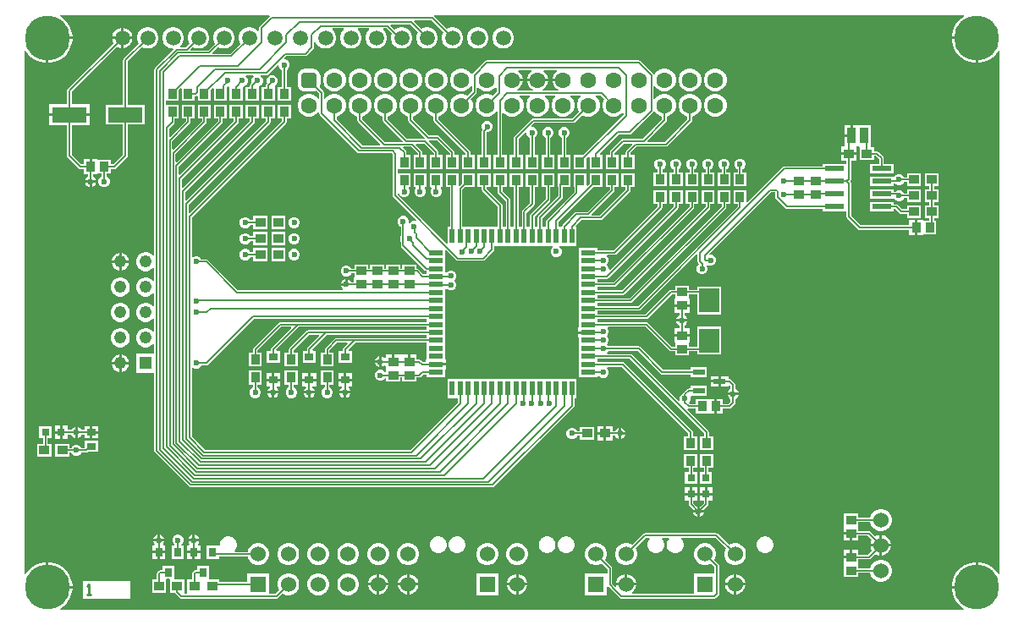
<source format=gtl>
G04*
G04 #@! TF.GenerationSoftware,Altium Limited,Altium Designer,23.8.1 (32)*
G04*
G04 Layer_Physical_Order=1*
G04 Layer_Color=255*
%FSLAX25Y25*%
%MOIN*%
G70*
G04*
G04 #@! TF.SameCoordinates,BF2EEF1A-6A82-4CD2-B880-65E340770DF0*
G04*
G04*
G04 #@! TF.FilePolarity,Positive*
G04*
G01*
G75*
%ADD13C,0.00787*%
%ADD15C,0.01000*%
%ADD18R,0.13780X0.06299*%
%ADD19R,0.03937X0.03543*%
%ADD20R,0.03150X0.03150*%
%ADD21R,0.03543X0.03937*%
%ADD22R,0.05000X0.02200*%
%ADD23R,0.07874X0.09449*%
%ADD24R,0.03150X0.03543*%
%ADD25R,0.03543X0.03150*%
%ADD26R,0.03543X0.02756*%
%ADD27R,0.07800X0.02200*%
%ADD28R,0.05800X0.02000*%
%ADD29R,0.02000X0.05800*%
%ADD30R,0.03543X0.06496*%
%ADD31R,0.03150X0.03150*%
%ADD49C,0.06299*%
%ADD55C,0.17717*%
G04:AMPARAMS|DCode=56|XSize=62.99mil|YSize=62.99mil|CornerRadius=15.75mil|HoleSize=0mil|Usage=FLASHONLY|Rotation=0.000|XOffset=0mil|YOffset=0mil|HoleType=Round|Shape=RoundedRectangle|*
%AMROUNDEDRECTD56*
21,1,0.06299,0.03150,0,0,0.0*
21,1,0.03150,0.06299,0,0,0.0*
1,1,0.03150,0.01575,-0.01575*
1,1,0.03150,-0.01575,-0.01575*
1,1,0.03150,-0.01575,0.01575*
1,1,0.03150,0.01575,0.01575*
%
%ADD56ROUNDEDRECTD56*%
%ADD57C,0.13780*%
%ADD58C,0.05906*%
%ADD59C,0.06000*%
%ADD60R,0.06000X0.06000*%
%ADD61C,0.04882*%
%ADD62R,0.04882X0.04882*%
%ADD63C,0.02362*%
G36*
X410391Y274288D02*
X409070Y273406D01*
X407697Y272032D01*
X406618Y270418D01*
X405875Y268624D01*
X405496Y266719D01*
Y266248D01*
X415354D01*
Y265748D01*
X415854D01*
Y255890D01*
X416325D01*
X418230Y256269D01*
X420024Y257012D01*
X421639Y258091D01*
X423012Y259464D01*
X423894Y260784D01*
X424394Y260633D01*
Y54328D01*
X423894Y54176D01*
X423012Y55497D01*
X421639Y56870D01*
X420024Y57949D01*
X418230Y58692D01*
X416325Y59071D01*
X415854D01*
Y49213D01*
X415354D01*
Y48713D01*
X405496D01*
Y48242D01*
X405875Y46337D01*
X406618Y44543D01*
X407697Y42928D01*
X409070Y41555D01*
X410391Y40673D01*
X410239Y40173D01*
X54328D01*
X54176Y40673D01*
X55497Y41555D01*
X56870Y42928D01*
X57949Y44543D01*
X58692Y46337D01*
X59071Y48242D01*
Y48713D01*
X49213D01*
Y49213D01*
X48713D01*
Y59071D01*
X48242D01*
X46337Y58692D01*
X44543Y57949D01*
X42928Y56870D01*
X41555Y55497D01*
X40673Y54176D01*
X40173Y54328D01*
Y260632D01*
X40673Y260784D01*
X41555Y259464D01*
X42928Y258091D01*
X44543Y257012D01*
X46337Y256269D01*
X48242Y255890D01*
X48713D01*
Y265748D01*
X49213D01*
Y266248D01*
X59071D01*
Y266719D01*
X58692Y268624D01*
X57949Y270418D01*
X56870Y272032D01*
X55497Y273406D01*
X54176Y274288D01*
X54328Y274788D01*
X136705D01*
X136857Y274288D01*
X136825Y274266D01*
X132820Y270262D01*
X132623Y269966D01*
X132553Y269618D01*
Y268574D01*
X132053Y268448D01*
X131351Y269150D01*
X130381Y269710D01*
X129300Y270000D01*
X128180D01*
X127099Y269710D01*
X126129Y269150D01*
X125338Y268359D01*
X124778Y267389D01*
X124488Y266308D01*
Y265188D01*
X124778Y264107D01*
X125156Y263452D01*
X121142Y259439D01*
X114373D01*
X114181Y259901D01*
X116444Y262164D01*
X117099Y261786D01*
X118180Y261496D01*
X119300D01*
X120381Y261786D01*
X121351Y262346D01*
X122143Y263137D01*
X122702Y264107D01*
X122992Y265188D01*
Y266308D01*
X122702Y267389D01*
X122143Y268359D01*
X121351Y269150D01*
X120381Y269710D01*
X119300Y270000D01*
X118180D01*
X117099Y269710D01*
X116129Y269150D01*
X115338Y268359D01*
X114778Y267389D01*
X114488Y266308D01*
Y265188D01*
X114778Y264107D01*
X115156Y263452D01*
X112430Y260726D01*
X105660D01*
X105469Y261188D01*
X106444Y262164D01*
X107099Y261786D01*
X108180Y261496D01*
X109300D01*
X110381Y261786D01*
X111351Y262346D01*
X112143Y263137D01*
X112702Y264107D01*
X112992Y265188D01*
Y266308D01*
X112702Y267389D01*
X112143Y268359D01*
X111351Y269150D01*
X110381Y269710D01*
X109300Y270000D01*
X108180D01*
X107099Y269710D01*
X106129Y269150D01*
X105338Y268359D01*
X104778Y267389D01*
X104488Y266308D01*
Y265188D01*
X104778Y264107D01*
X105156Y263452D01*
X103717Y262014D01*
X101726D01*
X101519Y262514D01*
X102143Y263137D01*
X102702Y264107D01*
X102992Y265188D01*
Y266308D01*
X102702Y267389D01*
X102143Y268359D01*
X101351Y269150D01*
X100381Y269710D01*
X99300Y270000D01*
X98180D01*
X97099Y269710D01*
X96129Y269150D01*
X95338Y268359D01*
X94778Y267389D01*
X94488Y266308D01*
Y265188D01*
X94778Y264107D01*
X95338Y263137D01*
X96129Y262346D01*
X97099Y261786D01*
X98180Y261496D01*
X98566D01*
X98758Y261034D01*
X91663Y253939D01*
X91465Y253644D01*
X91396Y253295D01*
Y179897D01*
X91391Y179896D01*
X90896Y179826D01*
X90249Y180473D01*
X89396Y180966D01*
X88445Y181220D01*
X87460D01*
X86509Y180966D01*
X85656Y180473D01*
X84960Y179777D01*
X84468Y178924D01*
X84213Y177973D01*
Y176988D01*
X84468Y176037D01*
X84960Y175184D01*
X85656Y174487D01*
X86509Y173995D01*
X87460Y173740D01*
X88445D01*
X89396Y173995D01*
X90249Y174487D01*
X90896Y175134D01*
X91391Y175064D01*
X91396Y175063D01*
Y169897D01*
X91391Y169896D01*
X90896Y169826D01*
X90249Y170473D01*
X89396Y170966D01*
X88445Y171221D01*
X87460D01*
X86509Y170966D01*
X85656Y170473D01*
X84960Y169777D01*
X84468Y168924D01*
X84213Y167973D01*
Y166988D01*
X84468Y166037D01*
X84960Y165184D01*
X85656Y164487D01*
X86509Y163995D01*
X87460Y163740D01*
X88445D01*
X89396Y163995D01*
X90249Y164487D01*
X90896Y165134D01*
X91391Y165064D01*
X91396Y165063D01*
Y159897D01*
X91391Y159896D01*
X90896Y159827D01*
X90249Y160473D01*
X89396Y160966D01*
X88445Y161221D01*
X87460D01*
X86509Y160966D01*
X85656Y160473D01*
X84960Y159777D01*
X84468Y158924D01*
X84213Y157973D01*
Y156988D01*
X84468Y156037D01*
X84960Y155184D01*
X85656Y154487D01*
X86509Y153995D01*
X87460Y153740D01*
X88445D01*
X89396Y153995D01*
X90249Y154487D01*
X90896Y155134D01*
X91391Y155064D01*
X91396Y155063D01*
Y149898D01*
X91391Y149896D01*
X90896Y149827D01*
X90249Y150473D01*
X89396Y150966D01*
X88445Y151221D01*
X87460D01*
X86509Y150966D01*
X85656Y150473D01*
X84960Y149777D01*
X84468Y148924D01*
X84213Y147973D01*
Y146988D01*
X84468Y146037D01*
X84960Y145184D01*
X85656Y144487D01*
X86509Y143995D01*
X87460Y143740D01*
X88445D01*
X89396Y143995D01*
X90249Y144487D01*
X90896Y145134D01*
X91391Y145064D01*
X91396Y145063D01*
Y141220D01*
X84213D01*
Y133740D01*
X91396D01*
Y102920D01*
X91465Y102572D01*
X91663Y102276D01*
X105075Y88864D01*
X105371Y88666D01*
X105720Y88597D01*
X224655D01*
X225004Y88666D01*
X225299Y88864D01*
X256528Y120092D01*
X256725Y120387D01*
X256795Y120736D01*
Y123793D01*
X257671D01*
Y131168D01*
X206896D01*
Y123793D01*
X210872D01*
Y121952D01*
X192213Y103293D01*
X111430D01*
X106092Y108630D01*
Y135524D01*
X106554Y135716D01*
X106639Y135631D01*
X107440Y135299D01*
X108308D01*
X109109Y135631D01*
X109723Y136245D01*
X109857Y136569D01*
X111811D01*
X112160Y136638D01*
X112455Y136836D01*
X130588Y154969D01*
X198596D01*
Y153691D01*
X140969D01*
X140621Y153622D01*
X140325Y153425D01*
X130458Y143558D01*
X130261Y143262D01*
X130191Y142913D01*
Y141732D01*
X128543D01*
Y136221D01*
X133661D01*
Y141732D01*
X132014D01*
Y142536D01*
X141347Y151869D01*
X145203D01*
X145394Y151407D01*
X137545Y143558D01*
X137347Y143262D01*
X137278Y142913D01*
Y142323D01*
X135630D01*
Y137598D01*
X140748D01*
Y142323D01*
X139594D01*
X139387Y142823D01*
X148433Y151869D01*
X198596D01*
Y150491D01*
X151943D01*
X151594Y150422D01*
X151298Y150225D01*
X144631Y143558D01*
X144434Y143262D01*
X144364Y142913D01*
Y141732D01*
X142717D01*
Y136221D01*
X147835D01*
Y141732D01*
X146187D01*
Y142536D01*
X152320Y148669D01*
X156176D01*
X156367Y148207D01*
X151718Y143558D01*
X151520Y143262D01*
X151451Y142913D01*
Y142323D01*
X149803D01*
Y137598D01*
X154921D01*
Y142323D01*
X153767D01*
X153560Y142823D01*
X159406Y148669D01*
X198596D01*
Y147391D01*
X163016D01*
X162667Y147322D01*
X162371Y147125D01*
X158805Y143558D01*
X158607Y143262D01*
X158538Y142913D01*
Y141732D01*
X156890D01*
Y136221D01*
X162008D01*
Y141732D01*
X160360D01*
Y142536D01*
X163393Y145569D01*
X167249D01*
X167441Y145107D01*
X165891Y143558D01*
X165694Y143262D01*
X165624Y142913D01*
Y142323D01*
X163976D01*
Y137598D01*
X169095D01*
Y142323D01*
X167941D01*
X167734Y142823D01*
X170480Y145569D01*
X198596D01*
Y141493D01*
Y138980D01*
X198383D01*
Y137891D01*
X197157D01*
X196314Y138735D01*
X196018Y138932D01*
X195669Y139002D01*
X194701D01*
Y140862D01*
X192232D01*
Y138091D01*
X191232D01*
Y140862D01*
X188764D01*
Y140862D01*
X188401D01*
Y140862D01*
X185933D01*
Y138091D01*
X184933D01*
Y140862D01*
X182465D01*
Y139733D01*
X181965Y139525D01*
X181551Y139940D01*
X180815Y140244D01*
Y138091D01*
Y135937D01*
X181551Y136241D01*
X181965Y136656D01*
X182465Y136449D01*
Y135319D01*
X182677D01*
Y134079D01*
X182177Y133979D01*
X182164Y134011D01*
X181551Y134625D01*
X180749Y134957D01*
X179881D01*
X179079Y134625D01*
X178466Y134011D01*
X178134Y133209D01*
Y132342D01*
X178466Y131540D01*
X179079Y130927D01*
X179881Y130595D01*
X180749D01*
X181551Y130927D01*
X182164Y131540D01*
X182177Y131572D01*
X182677Y131472D01*
Y130217D01*
X188189D01*
Y131864D01*
X188976D01*
Y130217D01*
X194488D01*
Y131864D01*
X195669D01*
X196018Y131934D01*
X196314Y132131D01*
X197151Y132969D01*
X198596D01*
Y132093D01*
X205971D01*
Y134980D01*
X206184D01*
Y136480D01*
X202284D01*
Y137480D01*
X206184D01*
Y138980D01*
X205971D01*
Y141493D01*
Y144693D01*
Y147793D01*
Y150993D01*
Y154093D01*
Y157293D01*
Y160393D01*
Y163593D01*
Y166480D01*
X206184D01*
Y166560D01*
X206683Y166767D01*
X206954Y166497D01*
X207755Y166165D01*
X208623D01*
X209424Y166497D01*
X210038Y167111D01*
X210370Y167913D01*
Y168780D01*
X210038Y169582D01*
X209539Y170081D01*
X210038Y170580D01*
X210370Y171381D01*
Y172249D01*
X210038Y173050D01*
X209424Y173664D01*
X208623Y173996D01*
X207755D01*
X206954Y173664D01*
X206471Y173181D01*
X205971Y173367D01*
Y176193D01*
Y179293D01*
Y181851D01*
X206433Y182042D01*
X210379Y178096D01*
X210675Y177898D01*
X211024Y177829D01*
X220866D01*
X221215Y177898D01*
X221511Y178096D01*
X225028Y181613D01*
X225225Y181909D01*
X225295Y182257D01*
Y183793D01*
X248165D01*
X248283Y183538D01*
X248319Y183293D01*
X247757Y182732D01*
X247425Y181930D01*
Y181062D01*
X247757Y180261D01*
X248371Y179647D01*
X249172Y179315D01*
X250040D01*
X250842Y179647D01*
X251455Y180261D01*
X251787Y181062D01*
Y181930D01*
X251455Y182732D01*
X250894Y183293D01*
X250930Y183538D01*
X251047Y183793D01*
X257671D01*
Y191168D01*
X257576D01*
X257384Y191630D01*
X259725Y193971D01*
X267126D01*
X267475Y194040D01*
X267770Y194238D01*
X278597Y205064D01*
X278795Y205360D01*
X278864Y205709D01*
Y206890D01*
X280512D01*
Y212402D01*
X275394D01*
Y206890D01*
X277042D01*
Y206086D01*
X266748Y195793D01*
X263680D01*
X263489Y196255D01*
X272298Y205064D01*
X272495Y205360D01*
X272565Y205709D01*
Y206890D01*
X274213D01*
Y212402D01*
X269094D01*
Y206890D01*
X270742D01*
Y206086D01*
X261737Y197081D01*
X257535D01*
X257187Y197011D01*
X256891Y196814D01*
X252139Y192062D01*
X251942Y191766D01*
X251872Y191417D01*
Y191168D01*
X250495D01*
Y193300D01*
X264084Y206890D01*
X267913D01*
Y212402D01*
X262795D01*
Y208178D01*
X262076Y207459D01*
X261614Y207651D01*
Y212402D01*
X256496D01*
Y206890D01*
X256766D01*
Y205003D01*
X245839Y194076D01*
X245642Y193781D01*
X245572Y193432D01*
Y191168D01*
X244195D01*
Y194604D01*
X252022Y202432D01*
X252220Y202727D01*
X252289Y203076D01*
Y206890D01*
X255315D01*
Y212402D01*
X250197D01*
Y206890D01*
X250467D01*
Y203453D01*
X242639Y195626D01*
X242442Y195330D01*
X242372Y194982D01*
Y191168D01*
X241095D01*
Y195212D01*
X247101Y201218D01*
X247299Y201514D01*
X247368Y201862D01*
Y206890D01*
X249016D01*
Y212402D01*
X243898D01*
Y206890D01*
X245546D01*
Y202240D01*
X239539Y196233D01*
X239342Y195938D01*
X239272Y195589D01*
Y191168D01*
X237895D01*
Y196761D01*
X240802Y199668D01*
X240999Y199964D01*
X241069Y200313D01*
Y206890D01*
X242717D01*
Y212402D01*
X237598D01*
Y206890D01*
X239246D01*
Y200690D01*
X236339Y197783D01*
X236142Y197487D01*
X236072Y197139D01*
Y191168D01*
X234795D01*
Y206890D01*
X236417D01*
Y212402D01*
X231299D01*
Y206890D01*
X232972D01*
Y191168D01*
X231595D01*
Y201846D01*
X231525Y202195D01*
X231328Y202490D01*
X228470Y205348D01*
Y206890D01*
X230118D01*
Y212402D01*
X225000D01*
Y206890D01*
X226648D01*
Y204970D01*
X226717Y204622D01*
X226915Y204326D01*
X229772Y201468D01*
Y191168D01*
X228495D01*
Y199582D01*
X228425Y199931D01*
X228228Y200226D01*
X222171Y206283D01*
Y206890D01*
X223819D01*
Y212402D01*
X218701D01*
Y206890D01*
X220349D01*
Y205906D01*
X220418Y205557D01*
X220616Y205261D01*
X226672Y199205D01*
Y191168D01*
X212695D01*
Y205894D01*
X213690Y206890D01*
X217520D01*
Y212402D01*
X212402D01*
Y208178D01*
X211682Y207459D01*
X211221Y207651D01*
Y212402D01*
X206102D01*
Y206890D01*
X207772D01*
Y191168D01*
X206896D01*
Y184810D01*
X206434Y184618D01*
X187132Y203921D01*
Y204467D01*
X187632Y204566D01*
X187915Y203883D01*
X188528Y203269D01*
X189330Y202937D01*
X190198D01*
X190999Y203269D01*
X191613Y203883D01*
X191945Y204684D01*
Y205552D01*
X191613Y206354D01*
X191539Y206428D01*
X191730Y206890D01*
X192323D01*
Y212402D01*
X187205Y212402D01*
X187132Y212871D01*
Y213507D01*
X187205Y213976D01*
X192323D01*
Y219488D01*
X190675D01*
Y220669D01*
X190606Y221018D01*
X190408Y221314D01*
X189366Y222355D01*
X189558Y222817D01*
X192627D01*
X195152Y220292D01*
Y219488D01*
X193504D01*
Y213976D01*
X198622D01*
Y219488D01*
X196974D01*
Y220669D01*
X196905Y221018D01*
X196707Y221314D01*
X194378Y223643D01*
X194570Y224104D01*
X197638D01*
X201451Y220292D01*
Y219488D01*
X199803D01*
Y213976D01*
X204921D01*
Y219488D01*
X203273D01*
Y220669D01*
X203204Y221018D01*
X203007Y221314D01*
X199428Y224892D01*
X199635Y225392D01*
X202650D01*
X207750Y220292D01*
Y219488D01*
X206102D01*
Y213976D01*
X211221D01*
Y219488D01*
X209573D01*
Y220669D01*
X209503Y221018D01*
X209306Y221314D01*
X203672Y226947D01*
X203376Y227145D01*
X203028Y227214D01*
X199547D01*
X193195Y233566D01*
Y234733D01*
X194001Y234949D01*
X195015Y235535D01*
X195843Y236363D01*
X196429Y237377D01*
X196732Y238509D01*
Y239680D01*
X196429Y240812D01*
X195843Y241826D01*
X195015Y242654D01*
X194001Y243240D01*
X192869Y243543D01*
X191698D01*
X190566Y243240D01*
X189552Y242654D01*
X188724Y241826D01*
X188138Y240812D01*
X187835Y239680D01*
Y238509D01*
X188138Y237377D01*
X188724Y236363D01*
X189552Y235535D01*
X190566Y234949D01*
X191372Y234733D01*
Y233189D01*
X191442Y232840D01*
X191639Y232545D01*
X197757Y226427D01*
X197550Y225927D01*
X190834D01*
X183195Y233566D01*
Y234733D01*
X184001Y234949D01*
X185015Y235535D01*
X185843Y236363D01*
X186429Y237377D01*
X186732Y238509D01*
Y239680D01*
X186429Y240812D01*
X185843Y241826D01*
X185015Y242654D01*
X184001Y243240D01*
X182869Y243543D01*
X181698D01*
X180566Y243240D01*
X179552Y242654D01*
X178724Y241826D01*
X178138Y240812D01*
X177835Y239680D01*
Y238509D01*
X178138Y237377D01*
X178724Y236363D01*
X179552Y235535D01*
X180566Y234949D01*
X181372Y234733D01*
Y233189D01*
X181442Y232840D01*
X181639Y232545D01*
X189082Y225101D01*
X188891Y224640D01*
X182122D01*
X173195Y233566D01*
Y234733D01*
X174001Y234949D01*
X175015Y235535D01*
X175843Y236363D01*
X176429Y237377D01*
X176732Y238509D01*
Y239680D01*
X176429Y240812D01*
X175843Y241826D01*
X175015Y242654D01*
X174001Y243240D01*
X172869Y243543D01*
X171698D01*
X170566Y243240D01*
X169552Y242654D01*
X168723Y241826D01*
X168138Y240812D01*
X167835Y239680D01*
Y238509D01*
X168138Y237377D01*
X168723Y236363D01*
X169552Y235535D01*
X170566Y234949D01*
X171372Y234733D01*
Y233189D01*
X171442Y232840D01*
X171639Y232545D01*
X180370Y223814D01*
X180178Y223352D01*
X173409D01*
X163195Y233566D01*
Y234733D01*
X164001Y234949D01*
X165015Y235535D01*
X165843Y236363D01*
X166429Y237377D01*
X166732Y238509D01*
Y239680D01*
X166429Y240812D01*
X165843Y241826D01*
X165015Y242654D01*
X164001Y243240D01*
X162869Y243543D01*
X161698D01*
X160566Y243240D01*
X159552Y242654D01*
X158723Y241826D01*
X158678Y241747D01*
X158195Y241876D01*
Y244094D01*
X158125Y244443D01*
X157928Y244739D01*
X156435Y246231D01*
X156658Y246769D01*
X156757Y247520D01*
Y250669D01*
X156658Y251420D01*
X156369Y252119D01*
X155908Y252719D01*
X155308Y253180D01*
X154609Y253469D01*
X153858Y253568D01*
X150709D01*
X149958Y253469D01*
X149259Y253180D01*
X148659Y252719D01*
X148198Y252119D01*
X147909Y251420D01*
X147810Y250669D01*
Y247520D01*
X147909Y246769D01*
X148198Y246070D01*
X148659Y245470D01*
X149259Y245009D01*
X149958Y244720D01*
X150709Y244621D01*
X153858D01*
X154609Y244720D01*
X155147Y244943D01*
X156372Y243717D01*
Y241876D01*
X155889Y241747D01*
X155843Y241826D01*
X155015Y242654D01*
X154001Y243240D01*
X152869Y243543D01*
X151698D01*
X150566Y243240D01*
X149552Y242654D01*
X148723Y241826D01*
X148138Y240812D01*
X147835Y239680D01*
Y238509D01*
X148138Y237377D01*
X148723Y236363D01*
X149552Y235535D01*
X150566Y234949D01*
X151698Y234646D01*
X152869D01*
X154001Y234949D01*
X155015Y235535D01*
X155843Y236363D01*
X155889Y236442D01*
X156372Y236313D01*
Y235827D01*
X156442Y235478D01*
X156639Y235182D01*
X171312Y220509D01*
X171608Y220312D01*
X171957Y220242D01*
X184768D01*
X185309Y219701D01*
Y203543D01*
X185379Y203195D01*
X185576Y202899D01*
X194612Y193863D01*
X194329Y193439D01*
X194135Y193520D01*
X193267D01*
X192465Y193188D01*
X192013Y192735D01*
X191860Y192781D01*
X191551Y192981D01*
Y193741D01*
X191219Y194543D01*
X190606Y195156D01*
X189804Y195488D01*
X188936D01*
X188135Y195156D01*
X187521Y194543D01*
X187189Y193741D01*
Y192873D01*
X187521Y192072D01*
X188135Y191458D01*
X188459Y191324D01*
Y188039D01*
X188430Y187996D01*
X188361Y187648D01*
Y185514D01*
X188430Y185166D01*
X188459Y185123D01*
Y183858D01*
X188528Y183510D01*
X188726Y183214D01*
X197804Y174136D01*
X198099Y173939D01*
X198448Y173869D01*
X198596D01*
Y172591D01*
X197398D01*
X195526Y174463D01*
X195231Y174661D01*
X194882Y174730D01*
X194488D01*
Y176378D01*
X188976D01*
Y174730D01*
X188189D01*
Y176378D01*
X182677D01*
Y174730D01*
X181890D01*
Y176378D01*
X176378D01*
Y174730D01*
X175591D01*
Y176378D01*
X170079D01*
Y174730D01*
X168912D01*
X168778Y175054D01*
X168165Y175668D01*
X167363Y176000D01*
X166495D01*
X165694Y175668D01*
X165080Y175054D01*
X164748Y174253D01*
Y173385D01*
X165080Y172583D01*
X165694Y171970D01*
X166495Y171638D01*
X167363D01*
X168165Y171970D01*
X168778Y172583D01*
X168912Y172908D01*
X170079D01*
Y171276D01*
X169866D01*
Y169415D01*
X168912D01*
X168778Y169739D01*
X168165Y170353D01*
X167429Y170658D01*
Y168504D01*
X166929D01*
Y168004D01*
X164775D01*
X165080Y167269D01*
X165557Y166791D01*
X165364Y166291D01*
X124288D01*
X112455Y178125D01*
X112160Y178322D01*
X111811Y178392D01*
X109857D01*
X109723Y178716D01*
X109109Y179329D01*
X108308Y179661D01*
X107440D01*
X106639Y179329D01*
X106554Y179245D01*
X106092Y179436D01*
Y194961D01*
X143164Y232033D01*
X143361Y232329D01*
X143431Y232677D01*
Y233858D01*
X145079D01*
Y239370D01*
X139961D01*
Y233858D01*
X141609D01*
Y233055D01*
X105267Y196713D01*
X104805Y196904D01*
Y199973D01*
X136865Y232033D01*
X137062Y232329D01*
X137132Y232677D01*
Y233858D01*
X138779D01*
Y239370D01*
X133661D01*
Y233858D01*
X135309D01*
Y233055D01*
X103979Y201725D01*
X103517Y201916D01*
Y204985D01*
X130566Y232033D01*
X130763Y232329D01*
X130833Y232677D01*
Y233858D01*
X132480D01*
Y239370D01*
X127362D01*
Y233858D01*
X129010D01*
Y233055D01*
X102692Y206737D01*
X102230Y206928D01*
Y209997D01*
X124266Y232033D01*
X124464Y232329D01*
X124533Y232677D01*
Y233858D01*
X126181D01*
Y239370D01*
X121063D01*
Y233858D01*
X122711D01*
Y233055D01*
X101405Y211748D01*
X100943Y211940D01*
Y215008D01*
X117967Y232033D01*
X118165Y232329D01*
X118234Y232677D01*
Y233858D01*
X119882D01*
Y239370D01*
X114764D01*
Y233858D01*
X116412D01*
Y233055D01*
X100117Y216760D01*
X99655Y216952D01*
Y220020D01*
X111668Y232033D01*
X111865Y232329D01*
X111935Y232677D01*
Y233858D01*
X113583D01*
Y239370D01*
X108465D01*
Y233858D01*
X110112D01*
Y233055D01*
X98830Y221772D01*
X98368Y221963D01*
Y225032D01*
X105369Y232033D01*
X105566Y232329D01*
X105636Y232677D01*
Y233858D01*
X107283D01*
Y239370D01*
X102165D01*
Y233858D01*
X103813D01*
Y233055D01*
X97542Y226784D01*
X97080Y226975D01*
Y230044D01*
X99069Y232033D01*
X99267Y232329D01*
X99336Y232677D01*
Y233858D01*
X100984D01*
Y239370D01*
X95866D01*
X95793Y239840D01*
Y240475D01*
X95866Y240945D01*
X100984D01*
Y245168D01*
X101703Y245887D01*
X102165Y245696D01*
Y240945D01*
X107283D01*
Y242790D01*
X107610D01*
X107958Y242859D01*
X107965Y242863D01*
X108465Y242596D01*
Y240945D01*
X113583D01*
Y245168D01*
X114302Y245887D01*
X114764Y245696D01*
Y240945D01*
X119882D01*
Y246221D01*
X119882Y246457D01*
X120307Y246638D01*
X120513D01*
X120664Y246701D01*
X121063Y246325D01*
Y240945D01*
X126181D01*
Y246457D01*
X126579Y246704D01*
X127220Y246970D01*
X127833Y247583D01*
X128165Y248385D01*
Y249253D01*
X127833Y250054D01*
X127330Y250557D01*
X127487Y251057D01*
X130387D01*
X130544Y250557D01*
X130041Y250054D01*
X129709Y249253D01*
Y248385D01*
X129843Y248061D01*
X129277Y247495D01*
X129079Y247199D01*
X129010Y246850D01*
Y246457D01*
X127362D01*
Y240945D01*
X132480D01*
Y246457D01*
X132787Y246830D01*
X133125Y246970D01*
X133739Y247583D01*
X134071Y248385D01*
Y249253D01*
X133739Y250054D01*
X133236Y250557D01*
X133392Y251057D01*
X135483D01*
X135831Y251127D01*
X136127Y251324D01*
X139877Y255074D01*
X140339Y254883D01*
Y254684D01*
X140671Y253883D01*
X141284Y253269D01*
X141609Y253135D01*
Y246457D01*
X139961D01*
Y240945D01*
X145079D01*
Y246457D01*
X143431D01*
Y253135D01*
X143755Y253269D01*
X144369Y253883D01*
X144701Y254684D01*
Y255552D01*
X144369Y256354D01*
X143755Y256967D01*
X142954Y257299D01*
X142755D01*
X142564Y257761D01*
X143340Y258538D01*
X150787D01*
X151136Y258607D01*
X151432Y258804D01*
X154030Y261403D01*
X154030Y261403D01*
X154228Y261699D01*
X154297Y262047D01*
Y263849D01*
X154750Y264088D01*
X154797Y264074D01*
X155338Y263137D01*
X156129Y262346D01*
X157099Y261786D01*
X158180Y261496D01*
X159300D01*
X160381Y261786D01*
X161351Y262346D01*
X162143Y263137D01*
X162702Y264107D01*
X162992Y265188D01*
Y266308D01*
X162702Y267389D01*
X162143Y268359D01*
X161519Y268983D01*
X161726Y269482D01*
X165754D01*
X165961Y268983D01*
X165338Y268359D01*
X164778Y267389D01*
X164488Y266308D01*
Y265188D01*
X164778Y264107D01*
X165338Y263137D01*
X166129Y262346D01*
X167099Y261786D01*
X168180Y261496D01*
X169300D01*
X170381Y261786D01*
X171351Y262346D01*
X172143Y263137D01*
X172702Y264107D01*
X172992Y265188D01*
Y266308D01*
X172702Y267389D01*
X172143Y268359D01*
X171519Y268983D01*
X171726Y269482D01*
X175754D01*
X175961Y268983D01*
X175338Y268359D01*
X174778Y267389D01*
X174488Y266308D01*
Y265188D01*
X174778Y264107D01*
X175338Y263137D01*
X176129Y262346D01*
X177099Y261786D01*
X178180Y261496D01*
X179300D01*
X180381Y261786D01*
X181351Y262346D01*
X182142Y263137D01*
X182702Y264107D01*
X182992Y265188D01*
Y266308D01*
X182702Y267389D01*
X182142Y268359D01*
X181519Y268983D01*
X181726Y269482D01*
X182772D01*
X184810Y267445D01*
X184778Y267389D01*
X184488Y266308D01*
Y265188D01*
X184778Y264107D01*
X185338Y263137D01*
X186129Y262346D01*
X187099Y261786D01*
X188180Y261496D01*
X189300D01*
X190381Y261786D01*
X191351Y262346D01*
X192142Y263137D01*
X192702Y264107D01*
X192992Y265188D01*
Y266308D01*
X192702Y267389D01*
X192142Y268359D01*
X191351Y269150D01*
X190381Y269710D01*
X189300Y270000D01*
X188180D01*
X187099Y269710D01*
X186129Y269150D01*
X185905Y268927D01*
X184196Y270636D01*
X184403Y271136D01*
X192063D01*
X195156Y268044D01*
X194778Y267389D01*
X194488Y266308D01*
Y265188D01*
X194778Y264107D01*
X195338Y263137D01*
X196129Y262346D01*
X197099Y261786D01*
X198180Y261496D01*
X199300D01*
X200381Y261786D01*
X201351Y262346D01*
X202143Y263137D01*
X202702Y264107D01*
X202992Y265188D01*
Y266308D01*
X202702Y267389D01*
X202143Y268359D01*
X201351Y269150D01*
X200381Y269710D01*
X199300Y270000D01*
X198180D01*
X197099Y269710D01*
X196444Y269332D01*
X193566Y272211D01*
X193773Y272711D01*
X200489D01*
X205156Y268044D01*
X204778Y267389D01*
X204488Y266308D01*
Y265188D01*
X204778Y264107D01*
X205338Y263137D01*
X206129Y262346D01*
X207099Y261786D01*
X208180Y261496D01*
X209300D01*
X210381Y261786D01*
X211351Y262346D01*
X212142Y263137D01*
X212702Y264107D01*
X212992Y265188D01*
Y266308D01*
X212702Y267389D01*
X212142Y268359D01*
X211351Y269150D01*
X210381Y269710D01*
X209300Y270000D01*
X208180D01*
X207099Y269710D01*
X206444Y269332D01*
X201510Y274266D01*
X201478Y274288D01*
X201630Y274788D01*
X410239D01*
X410391Y274288D01*
D02*
G37*
%LPC*%
G36*
X79260Y269701D02*
X79240D01*
Y266248D01*
X82693D01*
Y266268D01*
X82424Y267274D01*
X81903Y268175D01*
X81167Y268911D01*
X80266Y269431D01*
X79260Y269701D01*
D02*
G37*
G36*
X78240D02*
X78220D01*
X77214Y269431D01*
X76313Y268911D01*
X75577Y268175D01*
X75057Y267274D01*
X74787Y266268D01*
Y266248D01*
X78240D01*
Y269701D01*
D02*
G37*
G36*
X82693Y265248D02*
X79240D01*
Y261795D01*
X79260D01*
X80266Y262065D01*
X81167Y262585D01*
X81903Y263321D01*
X82424Y264222D01*
X82693Y265228D01*
Y265248D01*
D02*
G37*
G36*
X78240D02*
X74787D01*
Y265228D01*
X75057Y264222D01*
X75375Y263671D01*
X57230Y245526D01*
X57032Y245231D01*
X56963Y244882D01*
Y239583D01*
X49984D01*
Y235933D01*
X65764D01*
Y239583D01*
X58785D01*
Y244504D01*
X76664Y262383D01*
X77214Y262065D01*
X78220Y261795D01*
X78240D01*
Y265248D01*
D02*
G37*
G36*
X229300Y270000D02*
X228180D01*
X227099Y269710D01*
X226129Y269150D01*
X225338Y268359D01*
X224778Y267389D01*
X224488Y266308D01*
Y265188D01*
X224778Y264107D01*
X225338Y263137D01*
X226129Y262346D01*
X227099Y261786D01*
X228180Y261496D01*
X229300D01*
X230381Y261786D01*
X231351Y262346D01*
X232142Y263137D01*
X232702Y264107D01*
X232992Y265188D01*
Y266308D01*
X232702Y267389D01*
X232142Y268359D01*
X231351Y269150D01*
X230381Y269710D01*
X229300Y270000D01*
D02*
G37*
G36*
X219300D02*
X218180D01*
X217099Y269710D01*
X216129Y269150D01*
X215338Y268359D01*
X214778Y267389D01*
X214488Y266308D01*
Y265188D01*
X214778Y264107D01*
X215338Y263137D01*
X216129Y262346D01*
X217099Y261786D01*
X218180Y261496D01*
X219300D01*
X220381Y261786D01*
X221351Y262346D01*
X222143Y263137D01*
X222702Y264107D01*
X222992Y265188D01*
Y266308D01*
X222702Y267389D01*
X222143Y268359D01*
X221351Y269150D01*
X220381Y269710D01*
X219300Y270000D01*
D02*
G37*
G36*
X89300D02*
X88180D01*
X87099Y269710D01*
X86129Y269150D01*
X85338Y268359D01*
X84778Y267389D01*
X84488Y266308D01*
Y265188D01*
X84778Y264107D01*
X85156Y263452D01*
X79277Y257574D01*
X79079Y257278D01*
X79010Y256929D01*
Y239370D01*
X72244D01*
Y231496D01*
X79010D01*
Y219767D01*
X75115Y215872D01*
X74114D01*
Y217717D01*
X69012D01*
Y217929D01*
X66740D01*
Y214961D01*
X65740D01*
Y217929D01*
X63468D01*
Y215872D01*
X62681D01*
X58785Y219767D01*
Y231283D01*
X65764D01*
Y234933D01*
X49984D01*
Y231283D01*
X56963D01*
Y219390D01*
X57032Y219041D01*
X57230Y218745D01*
X61659Y214316D01*
X61954Y214119D01*
X62303Y214049D01*
X63468D01*
Y211992D01*
X65329D01*
Y211038D01*
X65005Y210904D01*
X64391Y210291D01*
X64087Y209555D01*
X68394D01*
X68089Y210291D01*
X67476Y210904D01*
X67151Y211038D01*
Y211992D01*
X69012D01*
Y212205D01*
X70644D01*
Y211038D01*
X70320Y210904D01*
X69706Y210291D01*
X69374Y209489D01*
Y208621D01*
X69706Y207820D01*
X70320Y207206D01*
X71121Y206874D01*
X71989D01*
X72791Y207206D01*
X73404Y207820D01*
X73736Y208621D01*
Y209489D01*
X73404Y210291D01*
X72791Y210904D01*
X72466Y211038D01*
Y212205D01*
X74114D01*
Y214049D01*
X75492D01*
X75841Y214119D01*
X76136Y214316D01*
X80566Y218745D01*
X80763Y219041D01*
X80832Y219390D01*
Y231496D01*
X87598D01*
Y239370D01*
X80832D01*
Y256552D01*
X86444Y262164D01*
X87099Y261786D01*
X88180Y261496D01*
X89300D01*
X90381Y261786D01*
X91351Y262346D01*
X92142Y263137D01*
X92702Y264107D01*
X92992Y265188D01*
Y266308D01*
X92702Y267389D01*
X92142Y268359D01*
X91351Y269150D01*
X90381Y269710D01*
X89300Y270000D01*
D02*
G37*
G36*
X414854Y265248D02*
X405496D01*
Y264777D01*
X405875Y262873D01*
X406618Y261078D01*
X407697Y259464D01*
X409070Y258091D01*
X410685Y257012D01*
X412479Y256269D01*
X414383Y255890D01*
X414854D01*
Y265248D01*
D02*
G37*
G36*
X59071D02*
X49713D01*
Y255890D01*
X50184D01*
X52088Y256269D01*
X53882Y257012D01*
X55497Y258091D01*
X56870Y259464D01*
X57949Y261078D01*
X58692Y262873D01*
X59071Y264777D01*
Y265248D01*
D02*
G37*
G36*
X282321Y256817D02*
X222246D01*
X221897Y256747D01*
X221602Y256550D01*
X216797Y251745D01*
X216620Y251481D01*
X216433Y251437D01*
X216082Y251413D01*
X215843Y251826D01*
X215015Y252654D01*
X214001Y253240D01*
X212869Y253543D01*
X211698D01*
X210566Y253240D01*
X209552Y252654D01*
X208723Y251826D01*
X208138Y250812D01*
X207835Y249680D01*
Y248509D01*
X208138Y247377D01*
X208723Y246363D01*
X209552Y245534D01*
X210566Y244949D01*
X211698Y244646D01*
X212869D01*
X214001Y244949D01*
X215015Y245534D01*
X215843Y246363D01*
X216030Y246686D01*
X216530Y246552D01*
Y244629D01*
X214723Y242823D01*
X214001Y243240D01*
X212869Y243543D01*
X211698D01*
X210566Y243240D01*
X209552Y242654D01*
X208723Y241826D01*
X208138Y240812D01*
X207835Y239680D01*
Y238509D01*
X208138Y237377D01*
X208723Y236363D01*
X209552Y235535D01*
X210566Y234949D01*
X211698Y234646D01*
X212869D01*
X214001Y234949D01*
X215015Y235535D01*
X215843Y236363D01*
X216429Y237377D01*
X216732Y238509D01*
Y239680D01*
X216429Y240812D01*
X216012Y241534D01*
X218085Y243608D01*
X218283Y243903D01*
X218352Y244252D01*
Y246052D01*
X218852Y246234D01*
X219552Y245534D01*
X220566Y244949D01*
X221698Y244646D01*
X222869D01*
X224001Y244949D01*
X225015Y245534D01*
X225715Y246234D01*
X226215Y246052D01*
Y244314D01*
X224723Y242823D01*
X224001Y243240D01*
X222869Y243543D01*
X221698D01*
X220566Y243240D01*
X219552Y242654D01*
X218724Y241826D01*
X218138Y240812D01*
X217835Y239680D01*
Y238509D01*
X218138Y237377D01*
X218724Y236363D01*
X219552Y235535D01*
X220566Y234949D01*
X221698Y234646D01*
X222869D01*
X224001Y234949D01*
X225015Y235535D01*
X225843Y236363D01*
X226030Y236686D01*
X226530Y236552D01*
Y219488D01*
X225000D01*
Y213976D01*
X230118D01*
Y219488D01*
X228352D01*
Y236052D01*
X228852Y236234D01*
X229552Y235535D01*
X230566Y234949D01*
X231698Y234646D01*
X232869D01*
X234001Y234949D01*
X235015Y235535D01*
X235843Y236363D01*
X236429Y237377D01*
X236732Y238509D01*
Y239680D01*
X236429Y240812D01*
X235843Y241826D01*
X235144Y242526D01*
X235326Y243026D01*
X239241D01*
X239423Y242526D01*
X238723Y241826D01*
X238138Y240812D01*
X237835Y239680D01*
Y238509D01*
X238138Y237377D01*
X238723Y236363D01*
X239552Y235535D01*
X240566Y234949D01*
X241698Y234646D01*
X242869D01*
X244001Y234949D01*
X245015Y235535D01*
X245843Y236363D01*
X246429Y237377D01*
X246732Y238509D01*
Y239680D01*
X246429Y240812D01*
X245843Y241826D01*
X245144Y242526D01*
X245326Y243026D01*
X249241D01*
X249423Y242526D01*
X248724Y241826D01*
X248138Y240812D01*
X247835Y239680D01*
Y238509D01*
X248138Y237377D01*
X248724Y236363D01*
X249552Y235535D01*
X250566Y234949D01*
X251698Y234646D01*
X252869D01*
X254001Y234949D01*
X255015Y235535D01*
X255843Y236363D01*
X256429Y237377D01*
X256732Y238509D01*
Y239680D01*
X256429Y240812D01*
X255843Y241826D01*
X255144Y242526D01*
X255326Y243026D01*
X259241D01*
X259423Y242526D01*
X258723Y241826D01*
X258138Y240812D01*
X257835Y239680D01*
Y238509D01*
X258138Y237377D01*
X258555Y236655D01*
X255882Y233982D01*
X240551D01*
X240202Y233913D01*
X239907Y233715D01*
X233214Y227022D01*
X233016Y226727D01*
X232947Y226378D01*
Y219488D01*
X231299D01*
Y213976D01*
X236417D01*
Y219488D01*
X234770D01*
Y226000D01*
X237476Y228707D01*
X237976Y228500D01*
Y227913D01*
X238308Y227111D01*
X238922Y226497D01*
X239246Y226363D01*
Y219488D01*
X237598D01*
Y213976D01*
X242717D01*
Y219488D01*
X241069D01*
Y226363D01*
X241393Y226497D01*
X242006Y227111D01*
X242339Y227913D01*
Y228780D01*
X242006Y229582D01*
X241393Y230195D01*
X240591Y230528D01*
X240004D01*
X239796Y231028D01*
X240929Y232160D01*
X256260D01*
X256609Y232229D01*
X256904Y232427D01*
X259844Y235366D01*
X260566Y234949D01*
X261698Y234646D01*
X262869D01*
X264001Y234949D01*
X265015Y235535D01*
X265843Y236363D01*
X266429Y237377D01*
X266732Y238509D01*
Y239680D01*
X266429Y240812D01*
X265843Y241826D01*
X265144Y242526D01*
X265326Y243026D01*
X267063D01*
X268555Y241534D01*
X268138Y240812D01*
X267835Y239680D01*
Y238509D01*
X268138Y237377D01*
X268724Y236363D01*
X269552Y235535D01*
X270566Y234949D01*
X271698Y234646D01*
X272869D01*
X274001Y234949D01*
X275015Y235535D01*
X275715Y236234D01*
X276215Y236052D01*
Y235377D01*
X260326Y219488D01*
X256496D01*
Y213976D01*
X261614D01*
Y218199D01*
X262333Y218919D01*
X262795Y218727D01*
Y213976D01*
X267913D01*
Y219488D01*
X266956D01*
X266749Y219988D01*
X274335Y227574D01*
X278523D01*
X278871Y227643D01*
X279167Y227841D01*
X287770Y236444D01*
X287947Y236708D01*
X288134Y236752D01*
X288485Y236776D01*
X288723Y236363D01*
X289552Y235535D01*
X290566Y234949D01*
X291372Y234733D01*
Y233566D01*
X283733Y225927D01*
X276000D01*
X275651Y225858D01*
X275356Y225660D01*
X271009Y221314D01*
X270812Y221018D01*
X270742Y220669D01*
Y219488D01*
X269094D01*
Y213976D01*
X274213D01*
Y219488D01*
X272565D01*
Y220292D01*
X276377Y224104D01*
X279446D01*
X279637Y223643D01*
X277308Y221314D01*
X277111Y221018D01*
X277042Y220669D01*
Y219488D01*
X275394D01*
Y213976D01*
X280512D01*
Y219488D01*
X278864D01*
Y220292D01*
X281389Y222817D01*
X292823D01*
X293172Y222886D01*
X293467Y223084D01*
X302928Y232545D01*
X303125Y232840D01*
X303195Y233189D01*
Y234733D01*
X304001Y234949D01*
X305015Y235535D01*
X305843Y236363D01*
X306429Y237377D01*
X306732Y238509D01*
Y239680D01*
X306429Y240812D01*
X305843Y241826D01*
X305015Y242654D01*
X304001Y243240D01*
X302869Y243543D01*
X301698D01*
X300566Y243240D01*
X299552Y242654D01*
X298724Y241826D01*
X298138Y240812D01*
X297835Y239680D01*
Y238509D01*
X298138Y237377D01*
X298724Y236363D01*
X299552Y235535D01*
X300566Y234949D01*
X301372Y234733D01*
Y233566D01*
X292445Y224640D01*
X285676D01*
X285485Y225101D01*
X292928Y232545D01*
X293125Y232840D01*
X293195Y233189D01*
Y234733D01*
X294001Y234949D01*
X295015Y235535D01*
X295843Y236363D01*
X296429Y237377D01*
X296732Y238509D01*
Y239680D01*
X296429Y240812D01*
X295843Y241826D01*
X295015Y242654D01*
X294001Y243240D01*
X292869Y243543D01*
X291698D01*
X290566Y243240D01*
X289552Y242654D01*
X288723Y241826D01*
X288537Y241503D01*
X288037Y241637D01*
Y246552D01*
X288537Y246686D01*
X288723Y246363D01*
X289552Y245534D01*
X290566Y244949D01*
X291698Y244646D01*
X292869D01*
X294001Y244949D01*
X295015Y245534D01*
X295843Y246363D01*
X296429Y247377D01*
X296732Y248509D01*
Y249680D01*
X296429Y250812D01*
X295843Y251826D01*
X295015Y252654D01*
X294001Y253240D01*
X292869Y253543D01*
X291698D01*
X290566Y253240D01*
X289552Y252654D01*
X288723Y251826D01*
X288485Y251413D01*
X288134Y251437D01*
X287947Y251481D01*
X287770Y251745D01*
X282965Y256550D01*
X282669Y256747D01*
X282321Y256817D01*
D02*
G37*
G36*
X138229Y251000D02*
X137361D01*
X136560Y250668D01*
X135946Y250054D01*
X135614Y249253D01*
Y248385D01*
X135804Y247926D01*
X135576Y247697D01*
X135379Y247402D01*
X135309Y247053D01*
Y246457D01*
X133661D01*
Y240945D01*
X138779D01*
Y246457D01*
X138779Y246457D01*
X138779D01*
X138911Y246920D01*
X139031Y246970D01*
X139644Y247583D01*
X139976Y248385D01*
Y249253D01*
X139644Y250054D01*
X139031Y250668D01*
X138229Y251000D01*
D02*
G37*
G36*
X312869Y253543D02*
X311698D01*
X310566Y253240D01*
X309552Y252654D01*
X308723Y251826D01*
X308138Y250812D01*
X307835Y249680D01*
Y248509D01*
X308138Y247377D01*
X308723Y246363D01*
X309552Y245534D01*
X310566Y244949D01*
X311698Y244646D01*
X312869D01*
X314001Y244949D01*
X315015Y245534D01*
X315843Y246363D01*
X316429Y247377D01*
X316732Y248509D01*
Y249680D01*
X316429Y250812D01*
X315843Y251826D01*
X315015Y252654D01*
X314001Y253240D01*
X312869Y253543D01*
D02*
G37*
G36*
X302869D02*
X301698D01*
X300566Y253240D01*
X299552Y252654D01*
X298724Y251826D01*
X298138Y250812D01*
X297835Y249680D01*
Y248509D01*
X298138Y247377D01*
X298724Y246363D01*
X299552Y245534D01*
X300566Y244949D01*
X301698Y244646D01*
X302869D01*
X304001Y244949D01*
X305015Y245534D01*
X305843Y246363D01*
X306429Y247377D01*
X306732Y248509D01*
Y249680D01*
X306429Y250812D01*
X305843Y251826D01*
X305015Y252654D01*
X304001Y253240D01*
X302869Y253543D01*
D02*
G37*
G36*
X202869D02*
X201698D01*
X200566Y253240D01*
X199552Y252654D01*
X198723Y251826D01*
X198138Y250812D01*
X197835Y249680D01*
Y248509D01*
X198138Y247377D01*
X198723Y246363D01*
X199552Y245534D01*
X200566Y244949D01*
X201698Y244646D01*
X202869D01*
X204001Y244949D01*
X205015Y245534D01*
X205843Y246363D01*
X206429Y247377D01*
X206732Y248509D01*
Y249680D01*
X206429Y250812D01*
X205843Y251826D01*
X205015Y252654D01*
X204001Y253240D01*
X202869Y253543D01*
D02*
G37*
G36*
X192869D02*
X191698D01*
X190566Y253240D01*
X189552Y252654D01*
X188724Y251826D01*
X188138Y250812D01*
X187835Y249680D01*
Y248509D01*
X188138Y247377D01*
X188724Y246363D01*
X189552Y245534D01*
X190566Y244949D01*
X191698Y244646D01*
X192869D01*
X194001Y244949D01*
X195015Y245534D01*
X195843Y246363D01*
X196429Y247377D01*
X196732Y248509D01*
Y249680D01*
X196429Y250812D01*
X195843Y251826D01*
X195015Y252654D01*
X194001Y253240D01*
X192869Y253543D01*
D02*
G37*
G36*
X182869D02*
X181698D01*
X180566Y253240D01*
X179552Y252654D01*
X178724Y251826D01*
X178138Y250812D01*
X177835Y249680D01*
Y248509D01*
X178138Y247377D01*
X178724Y246363D01*
X179552Y245534D01*
X180566Y244949D01*
X181698Y244646D01*
X182869D01*
X184001Y244949D01*
X185015Y245534D01*
X185843Y246363D01*
X186429Y247377D01*
X186732Y248509D01*
Y249680D01*
X186429Y250812D01*
X185843Y251826D01*
X185015Y252654D01*
X184001Y253240D01*
X182869Y253543D01*
D02*
G37*
G36*
X172869D02*
X171698D01*
X170566Y253240D01*
X169552Y252654D01*
X168723Y251826D01*
X168138Y250812D01*
X167835Y249680D01*
Y248509D01*
X168138Y247377D01*
X168723Y246363D01*
X169552Y245534D01*
X170566Y244949D01*
X171698Y244646D01*
X172869D01*
X174001Y244949D01*
X175015Y245534D01*
X175843Y246363D01*
X176429Y247377D01*
X176732Y248509D01*
Y249680D01*
X176429Y250812D01*
X175843Y251826D01*
X175015Y252654D01*
X174001Y253240D01*
X172869Y253543D01*
D02*
G37*
G36*
X162869D02*
X161698D01*
X160566Y253240D01*
X159552Y252654D01*
X158723Y251826D01*
X158138Y250812D01*
X157835Y249680D01*
Y248509D01*
X158138Y247377D01*
X158723Y246363D01*
X159552Y245534D01*
X160566Y244949D01*
X161698Y244646D01*
X162869D01*
X164001Y244949D01*
X165015Y245534D01*
X165843Y246363D01*
X166429Y247377D01*
X166732Y248509D01*
Y249680D01*
X166429Y250812D01*
X165843Y251826D01*
X165015Y252654D01*
X164001Y253240D01*
X162869Y253543D01*
D02*
G37*
G36*
X312869Y243543D02*
X311698D01*
X310566Y243240D01*
X309552Y242654D01*
X308723Y241826D01*
X308138Y240812D01*
X307835Y239680D01*
Y238509D01*
X308138Y237377D01*
X308723Y236363D01*
X309552Y235535D01*
X310566Y234949D01*
X311698Y234646D01*
X312869D01*
X314001Y234949D01*
X315015Y235535D01*
X315843Y236363D01*
X316429Y237377D01*
X316732Y238509D01*
Y239680D01*
X316429Y240812D01*
X315843Y241826D01*
X315015Y242654D01*
X314001Y243240D01*
X312869Y243543D01*
D02*
G37*
G36*
X365504Y231413D02*
X363232D01*
Y227665D01*
X365504D01*
Y231413D01*
D02*
G37*
G36*
X253190Y230528D02*
X252322D01*
X251520Y230195D01*
X250907Y229582D01*
X250575Y228780D01*
Y227913D01*
X250907Y227111D01*
X251520Y226497D01*
X251845Y226363D01*
Y219488D01*
X250197D01*
Y213976D01*
X255315D01*
Y219488D01*
X253667D01*
Y226363D01*
X253991Y226497D01*
X254605Y227111D01*
X254937Y227913D01*
Y228780D01*
X254605Y229582D01*
X253991Y230195D01*
X253190Y230528D01*
D02*
G37*
G36*
X246890D02*
X246023D01*
X245221Y230195D01*
X244608Y229582D01*
X244276Y228780D01*
Y227913D01*
X244608Y227111D01*
X245221Y226497D01*
X245546Y226363D01*
Y219488D01*
X243898D01*
Y213976D01*
X249016D01*
Y219488D01*
X247368D01*
Y226363D01*
X247692Y226497D01*
X248306Y227111D01*
X248638Y227913D01*
Y228780D01*
X248306Y229582D01*
X247692Y230195D01*
X246890Y230528D01*
D02*
G37*
G36*
X222875Y232890D02*
X222007D01*
X221205Y232558D01*
X220592Y231944D01*
X220260Y231142D01*
Y230275D01*
X220531Y229620D01*
X220418Y229450D01*
X220349Y229101D01*
Y219488D01*
X218701D01*
Y213976D01*
X223819D01*
Y219488D01*
X222171D01*
Y228528D01*
X222875D01*
X223676Y228860D01*
X224290Y229473D01*
X224622Y230275D01*
Y231142D01*
X224290Y231944D01*
X223676Y232558D01*
X222875Y232890D01*
D02*
G37*
G36*
X202869Y243543D02*
X201698D01*
X200566Y243240D01*
X199552Y242654D01*
X198723Y241826D01*
X198138Y240812D01*
X197835Y239680D01*
Y238509D01*
X198138Y237377D01*
X198723Y236363D01*
X199552Y235535D01*
X200566Y234949D01*
X201372Y234733D01*
Y233347D01*
X201442Y232998D01*
X201639Y232702D01*
X214049Y220292D01*
Y219488D01*
X212402D01*
Y213976D01*
X217520D01*
Y219488D01*
X215872D01*
Y220669D01*
X215803Y221018D01*
X215605Y221314D01*
X203195Y233724D01*
Y234733D01*
X204001Y234949D01*
X205015Y235535D01*
X205843Y236363D01*
X206429Y237377D01*
X206732Y238509D01*
Y239680D01*
X206429Y240812D01*
X205843Y241826D01*
X205015Y242654D01*
X204001Y243240D01*
X202869Y243543D01*
D02*
G37*
G36*
X368776Y231413D02*
X366504D01*
Y227165D01*
X366004D01*
Y226665D01*
X363232D01*
Y222917D01*
X362760Y222850D01*
X361992D01*
Y220579D01*
X367929D01*
Y222850D01*
X368401Y222917D01*
X368776D01*
Y223036D01*
X369059Y223042D01*
X369291Y222549D01*
Y217520D01*
X374803D01*
Y219167D01*
X375607D01*
X376893Y217882D01*
Y216080D01*
X373116D01*
Y212305D01*
X382491D01*
Y216080D01*
X378715D01*
Y218259D01*
X378646Y218608D01*
X378448Y218903D01*
X376629Y220723D01*
X376333Y220921D01*
X375984Y220990D01*
X374803D01*
Y222638D01*
X373582D01*
X373563Y223130D01*
X373563D01*
Y231201D01*
X368776D01*
Y231413D01*
D02*
G37*
G36*
X393307Y212402D02*
X387795D01*
Y210754D01*
X386629D01*
X386495Y211078D01*
X385881Y211692D01*
X385080Y212024D01*
X384212D01*
X383410Y211692D01*
X382935Y211216D01*
X382491Y211080D01*
X382491Y211080D01*
Y211080D01*
X382491Y211080D01*
X373116D01*
Y207306D01*
X382491D01*
Y208282D01*
X383122D01*
X383410Y207994D01*
X384212Y207661D01*
X385080D01*
X385881Y207994D01*
X386495Y208607D01*
X386629Y208931D01*
X387795D01*
Y207283D01*
X393307D01*
Y212402D01*
D02*
G37*
G36*
X322481Y218126D02*
X321613D01*
X320812Y217794D01*
X320198Y217180D01*
X319866Y216379D01*
Y215511D01*
X320198Y214709D01*
X320812Y214096D01*
X321136Y213962D01*
Y212795D01*
X319488D01*
Y207283D01*
X324606D01*
Y212795D01*
X322958D01*
Y213962D01*
X323283Y214096D01*
X323896Y214709D01*
X324228Y215511D01*
Y216379D01*
X323896Y217180D01*
X323283Y217794D01*
X322481Y218126D01*
D02*
G37*
G36*
X316182D02*
X315314D01*
X314512Y217794D01*
X313899Y217180D01*
X313567Y216379D01*
Y215511D01*
X313899Y214709D01*
X314512Y214096D01*
X314837Y213962D01*
Y212795D01*
X313189D01*
Y207283D01*
X318307D01*
Y212795D01*
X316659D01*
Y213962D01*
X316984Y214096D01*
X317597Y214709D01*
X317929Y215511D01*
Y216379D01*
X317597Y217180D01*
X316984Y217794D01*
X316182Y218126D01*
D02*
G37*
G36*
X309883D02*
X309015D01*
X308213Y217794D01*
X307600Y217180D01*
X307268Y216379D01*
Y215511D01*
X307600Y214709D01*
X308213Y214096D01*
X308538Y213962D01*
Y212795D01*
X306890D01*
Y207283D01*
X312008D01*
Y212795D01*
X310360D01*
Y213962D01*
X310684Y214096D01*
X311298Y214709D01*
X311630Y215511D01*
Y216379D01*
X311298Y217180D01*
X310684Y217794D01*
X309883Y218126D01*
D02*
G37*
G36*
X303583D02*
X302716D01*
X301914Y217794D01*
X301301Y217180D01*
X300969Y216379D01*
Y215511D01*
X301301Y214709D01*
X301914Y214096D01*
X302238Y213962D01*
Y212795D01*
X300590D01*
Y207283D01*
X305709D01*
Y212795D01*
X304061D01*
Y213962D01*
X304385Y214096D01*
X304999Y214709D01*
X305331Y215511D01*
Y216379D01*
X304999Y217180D01*
X304385Y217794D01*
X303583Y218126D01*
D02*
G37*
G36*
X297284D02*
X296416D01*
X295615Y217794D01*
X295001Y217180D01*
X294669Y216379D01*
Y215511D01*
X295001Y214709D01*
X295615Y214096D01*
X295939Y213962D01*
Y212795D01*
X294291D01*
Y207283D01*
X299409D01*
Y212795D01*
X297762D01*
Y213962D01*
X298086Y214096D01*
X298699Y214709D01*
X299031Y215511D01*
Y216379D01*
X298699Y217180D01*
X298086Y217794D01*
X297284Y218126D01*
D02*
G37*
G36*
X290985D02*
X290117D01*
X289316Y217794D01*
X288702Y217180D01*
X288370Y216379D01*
Y215511D01*
X288702Y214709D01*
X289316Y214096D01*
X289640Y213962D01*
Y212795D01*
X287992D01*
Y207283D01*
X293110D01*
Y212795D01*
X291462D01*
Y213962D01*
X291787Y214096D01*
X292400Y214709D01*
X292732Y215511D01*
Y216379D01*
X292400Y217180D01*
X291787Y217794D01*
X290985Y218126D01*
D02*
G37*
G36*
X68394Y208555D02*
X66740D01*
Y206901D01*
X67476Y207206D01*
X68089Y207820D01*
X68394Y208555D01*
D02*
G37*
G36*
X65740D02*
X64087D01*
X64391Y207820D01*
X65005Y207206D01*
X65740Y206901D01*
Y208555D01*
D02*
G37*
G36*
X393307Y206102D02*
X387795D01*
Y204454D01*
X386629D01*
X386495Y204779D01*
X385881Y205392D01*
X385080Y205724D01*
X384212D01*
X383410Y205392D01*
X383122Y205104D01*
X382491D01*
Y206080D01*
X373116D01*
Y202306D01*
X382491D01*
X382491Y202306D01*
X382935Y202169D01*
X383410Y201694D01*
X384212Y201362D01*
X385080D01*
X385881Y201694D01*
X386495Y202308D01*
X386629Y202632D01*
X387795D01*
Y200984D01*
X393307D01*
Y206102D01*
D02*
G37*
G36*
X204921Y212402D02*
X199803D01*
Y206890D01*
X200396D01*
X200587Y206428D01*
X200513Y206354D01*
X200181Y205552D01*
Y204684D01*
X200513Y203883D01*
X201127Y203269D01*
X201928Y202937D01*
X202796D01*
X203598Y203269D01*
X204211Y203883D01*
X204543Y204684D01*
Y205552D01*
X204211Y206354D01*
X204137Y206428D01*
X204328Y206890D01*
X204921D01*
Y212402D01*
D02*
G37*
G36*
X198622D02*
X193504D01*
Y206890D01*
X194097D01*
X194288Y206428D01*
X194214Y206354D01*
X193882Y205552D01*
Y204684D01*
X194214Y203883D01*
X194827Y203269D01*
X195629Y202937D01*
X196497D01*
X197299Y203269D01*
X197912Y203883D01*
X198244Y204684D01*
Y205552D01*
X197912Y206354D01*
X197838Y206428D01*
X198029Y206890D01*
X198622D01*
Y212402D01*
D02*
G37*
G36*
X367929Y219579D02*
X361992D01*
Y217307D01*
X364049D01*
Y216515D01*
X363891Y216080D01*
X354517D01*
Y215104D01*
X339618D01*
X339269Y215035D01*
X338974Y214837D01*
X325068Y200932D01*
X324606Y201123D01*
Y205709D01*
X319488D01*
Y200197D01*
X321136D01*
Y199393D01*
X281734Y159992D01*
X265971D01*
Y161269D01*
X278913D01*
X279262Y161338D01*
X279558Y161536D01*
X279559Y161538D01*
X316392Y198371D01*
X316590Y198667D01*
X316659Y199016D01*
Y200197D01*
X318307D01*
Y205709D01*
X313189D01*
Y200197D01*
X314837D01*
Y199393D01*
X278535Y163092D01*
X265971D01*
Y164469D01*
X275815D01*
X276164Y164539D01*
X276459Y164736D01*
X276462Y164741D01*
X310093Y198371D01*
X310291Y198667D01*
X310360Y199016D01*
Y200197D01*
X312008D01*
Y205709D01*
X306890D01*
Y200197D01*
X308538D01*
Y199393D01*
X275436Y166291D01*
X265971D01*
Y167569D01*
X272614D01*
X272963Y167639D01*
X273258Y167836D01*
X303794Y198371D01*
X303991Y198667D01*
X304061Y199016D01*
Y200197D01*
X305709D01*
Y205709D01*
X300590D01*
Y200197D01*
X302238D01*
Y199393D01*
X272237Y169392D01*
X265971D01*
Y170769D01*
X269515D01*
X269864Y170838D01*
X270159Y171036D01*
X297495Y198371D01*
X297692Y198667D01*
X297762Y199016D01*
Y200197D01*
X299409D01*
Y205709D01*
X294291D01*
Y200197D01*
X295939D01*
Y199393D01*
X270870Y174324D01*
X270370Y174531D01*
Y175131D01*
X270038Y175932D01*
X269590Y176380D01*
X270038Y176828D01*
X270370Y177629D01*
Y178497D01*
X270038Y179298D01*
X269667Y179669D01*
X269875Y180169D01*
X272616D01*
X272965Y180238D01*
X273260Y180436D01*
X291196Y198371D01*
X291393Y198667D01*
X291462Y199016D01*
Y200197D01*
X293110D01*
Y205709D01*
X287992D01*
Y200197D01*
X289640D01*
Y199393D01*
X272238Y181992D01*
X265971D01*
Y182868D01*
X258596D01*
Y179293D01*
Y176193D01*
Y172993D01*
Y169893D01*
Y166693D01*
Y163593D01*
Y160393D01*
Y157293D01*
Y154093D01*
Y151580D01*
X258383D01*
Y150080D01*
X262283D01*
Y149080D01*
X258383D01*
Y147580D01*
X258596D01*
Y144693D01*
Y141493D01*
Y138393D01*
Y135193D01*
Y132093D01*
X265971D01*
Y132329D01*
X266471Y132514D01*
X266953Y132031D01*
X267755Y131699D01*
X268623D01*
X269425Y132031D01*
X270038Y132645D01*
X270370Y133447D01*
Y134314D01*
X270038Y135116D01*
X269585Y135569D01*
X269792Y136069D01*
X275437D01*
X301648Y109859D01*
Y108760D01*
X300000D01*
Y103248D01*
X305118D01*
Y108760D01*
X303470D01*
Y110236D01*
X303401Y110585D01*
X303203Y110880D01*
X276459Y137625D01*
X276164Y137822D01*
X275815Y137891D01*
X265971D01*
Y139269D01*
X278536D01*
X307947Y109858D01*
Y108760D01*
X306299D01*
Y103248D01*
X311417D01*
Y108760D01*
X309770D01*
Y110235D01*
X309700Y110584D01*
X309503Y110880D01*
X301141Y119241D01*
X301458Y119631D01*
X301807Y119561D01*
X304626D01*
Y117717D01*
X309728D01*
Y117504D01*
X312000D01*
Y120472D01*
Y123441D01*
X309728D01*
Y123228D01*
X304626D01*
Y121384D01*
X302185D01*
X301751Y121817D01*
X302243Y122308D01*
X302575Y123110D01*
Y123977D01*
X302471Y124227D01*
X302805Y124728D01*
X309030D01*
Y128502D01*
X302455D01*
Y127526D01*
X301807D01*
X301458Y127457D01*
X301163Y127259D01*
X299749Y125846D01*
X299557Y125558D01*
X299158Y125393D01*
X298545Y124779D01*
X298213Y123977D01*
Y123110D01*
X298377Y122712D01*
X297953Y122429D01*
X279558Y140825D01*
X279262Y141022D01*
X278913Y141092D01*
X269792D01*
X269585Y141592D01*
X270038Y142045D01*
X270172Y142369D01*
X281733D01*
X290731Y133371D01*
X291027Y133173D01*
X291376Y133104D01*
X302455D01*
Y132128D01*
X309030D01*
Y135902D01*
X302455D01*
Y134926D01*
X291753D01*
X282755Y143925D01*
X282459Y144122D01*
X282110Y144192D01*
X270172D01*
X270038Y144516D01*
X269591Y144963D01*
X270038Y145410D01*
X270370Y146212D01*
Y147080D01*
X270038Y147881D01*
X269592Y148327D01*
X270038Y148772D01*
X270370Y149574D01*
Y150442D01*
X270038Y151243D01*
X269912Y151369D01*
X270119Y151869D01*
X284930D01*
X294333Y142466D01*
X294629Y142268D01*
X294977Y142199D01*
X296457D01*
Y140551D01*
X301969D01*
Y142199D01*
X305118D01*
Y140945D01*
X314567D01*
Y151969D01*
X305118D01*
Y144021D01*
X301969D01*
Y145653D01*
X302181D01*
Y147925D01*
X296244D01*
Y145653D01*
X296457D01*
Y144021D01*
X295355D01*
X285951Y153425D01*
X285656Y153622D01*
X285307Y153691D01*
X265971D01*
Y154093D01*
Y154969D01*
X285307D01*
X285656Y155038D01*
X285951Y155236D01*
X295355Y164640D01*
X296457D01*
Y163008D01*
X296244D01*
Y160736D01*
X299213D01*
X302181D01*
Y163008D01*
X301969D01*
Y164640D01*
X305118D01*
Y156693D01*
X314567D01*
Y167717D01*
X305118D01*
Y166462D01*
X301969D01*
Y168110D01*
X296457D01*
Y166462D01*
X294978D01*
X294629Y166393D01*
X294334Y166195D01*
X284930Y156791D01*
X265971D01*
Y158169D01*
X282110D01*
X282111Y158169D01*
X282112Y158169D01*
X282460Y158238D01*
X282756Y158436D01*
X304892Y180572D01*
X305392Y180365D01*
Y177583D01*
X305461Y177234D01*
X305631Y176979D01*
X305851Y176546D01*
X305238Y175932D01*
X304906Y175131D01*
Y174263D01*
X305238Y173461D01*
X305851Y172848D01*
X306653Y172516D01*
X307521D01*
X308322Y172848D01*
X308936Y173461D01*
X309268Y174263D01*
Y175131D01*
X308999Y175779D01*
X309371Y176150D01*
X310019Y175882D01*
X310887D01*
X311688Y176214D01*
X312302Y176828D01*
X312634Y177629D01*
Y178497D01*
X312302Y179298D01*
X311688Y179912D01*
X310887Y180244D01*
X310193D01*
X309962Y180720D01*
X334129Y204888D01*
X335884D01*
Y202969D01*
X335953Y202620D01*
X336151Y202325D01*
X339927Y198549D01*
X340223Y198351D01*
X340571Y198282D01*
X354517D01*
Y197306D01*
X363891D01*
X364049Y196871D01*
Y195276D01*
X364119Y194927D01*
X364316Y194631D01*
X368647Y190301D01*
X368943Y190103D01*
X369291Y190034D01*
X369291Y190034D01*
X388665D01*
Y187976D01*
X390937D01*
Y190945D01*
Y193913D01*
X388665D01*
Y191856D01*
X369669D01*
X365872Y195653D01*
Y208268D01*
X365803Y208616D01*
X365605Y208912D01*
X365574Y208943D01*
Y209443D01*
X365605Y209474D01*
X365803Y209769D01*
X365872Y210118D01*
Y217307D01*
X367929D01*
Y219579D01*
D02*
G37*
G36*
X382491Y201080D02*
X373116D01*
Y197306D01*
X382491D01*
Y198282D01*
X383331D01*
X385013Y196600D01*
X385309Y196402D01*
X385658Y196333D01*
X387795D01*
Y194685D01*
X393307D01*
Y199803D01*
X387795D01*
Y198155D01*
X386035D01*
X384353Y199837D01*
X384057Y200035D01*
X383709Y200104D01*
X382491D01*
Y201080D01*
D02*
G37*
G36*
X135827Y195472D02*
X130315D01*
Y193825D01*
X129149D01*
X129014Y194149D01*
X128401Y194762D01*
X127599Y195095D01*
X126732D01*
X125930Y194762D01*
X125316Y194149D01*
X124984Y193347D01*
Y192480D01*
X125316Y191678D01*
X125930Y191064D01*
X126732Y190732D01*
X127599D01*
X128401Y191064D01*
X129014Y191678D01*
X129149Y192002D01*
X130315D01*
Y190354D01*
X135827D01*
Y195472D01*
D02*
G37*
G36*
X400394Y212402D02*
X394882D01*
Y207283D01*
X396727D01*
Y206102D01*
X394882D01*
Y200984D01*
X396727D01*
Y199803D01*
X394882D01*
Y194685D01*
X396727D01*
Y193701D01*
X394209D01*
Y193913D01*
X391937D01*
Y190945D01*
Y187976D01*
X394209D01*
Y188189D01*
X399311D01*
Y193701D01*
X398549D01*
Y194685D01*
X400394D01*
Y199803D01*
X398549D01*
Y200984D01*
X400394D01*
Y206102D01*
X398549D01*
Y207283D01*
X400394D01*
Y212402D01*
D02*
G37*
G36*
X146890Y195095D02*
X146023D01*
X145221Y194762D01*
X144608Y194149D01*
X144276Y193347D01*
Y192480D01*
X144608Y191678D01*
X145221Y191064D01*
X146023Y190732D01*
X146890D01*
X147692Y191064D01*
X148306Y191678D01*
X148638Y192480D01*
Y193347D01*
X148306Y194149D01*
X147692Y194762D01*
X146890Y195095D01*
D02*
G37*
G36*
X142913Y195472D02*
X137402D01*
Y190354D01*
X142913D01*
Y195472D01*
D02*
G37*
G36*
X135827Y189173D02*
X130315D01*
Y187525D01*
X129149D01*
X129014Y187850D01*
X128401Y188463D01*
X127599Y188795D01*
X126732D01*
X125930Y188463D01*
X125316Y187850D01*
X124984Y187048D01*
Y186180D01*
X125316Y185379D01*
X125930Y184765D01*
X126732Y184433D01*
X127599D01*
X128401Y184765D01*
X129014Y185379D01*
X129149Y185703D01*
X130315D01*
Y184055D01*
X135827D01*
Y189173D01*
D02*
G37*
G36*
X146890Y188795D02*
X146023D01*
X145221Y188463D01*
X144608Y187850D01*
X144276Y187048D01*
Y186180D01*
X144608Y185379D01*
X145221Y184765D01*
X146023Y184433D01*
X146890D01*
X147692Y184765D01*
X148306Y185379D01*
X148638Y186180D01*
Y187048D01*
X148306Y187850D01*
X147692Y188463D01*
X146890Y188795D01*
D02*
G37*
G36*
X142913Y189173D02*
X137402D01*
Y184055D01*
X142913D01*
Y189173D01*
D02*
G37*
G36*
X135827Y182874D02*
X130315D01*
Y181226D01*
X129149D01*
X129014Y181551D01*
X128401Y182164D01*
X127599Y182496D01*
X126732D01*
X125930Y182164D01*
X125316Y181551D01*
X124984Y180749D01*
Y179881D01*
X125316Y179079D01*
X125930Y178466D01*
X126732Y178134D01*
X127599D01*
X128401Y178466D01*
X129014Y179079D01*
X129149Y179404D01*
X130315D01*
Y177756D01*
X135827D01*
Y182874D01*
D02*
G37*
G36*
X146890Y182496D02*
X146023D01*
X145221Y182164D01*
X144608Y181551D01*
X144276Y180749D01*
Y179881D01*
X144608Y179079D01*
X145221Y178466D01*
X146023Y178134D01*
X146890D01*
X147692Y178466D01*
X148306Y179079D01*
X148638Y179881D01*
Y180749D01*
X148306Y181551D01*
X147692Y182164D01*
X146890Y182496D01*
D02*
G37*
G36*
X78453Y180909D02*
Y177980D01*
X81381D01*
X81159Y178808D01*
X80706Y179593D01*
X80066Y180234D01*
X79281Y180687D01*
X78453Y180909D01*
D02*
G37*
G36*
X77453D02*
X76625Y180687D01*
X75840Y180234D01*
X75199Y179593D01*
X74746Y178808D01*
X74524Y177980D01*
X77453D01*
Y180909D01*
D02*
G37*
G36*
X142913Y182874D02*
X137402D01*
Y177756D01*
X142913D01*
Y182874D01*
D02*
G37*
G36*
X81381Y176980D02*
X78453D01*
Y174052D01*
X79281Y174274D01*
X80066Y174727D01*
X80706Y175367D01*
X81159Y176152D01*
X81381Y176980D01*
D02*
G37*
G36*
X77453D02*
X74524D01*
X74746Y176152D01*
X75199Y175367D01*
X75840Y174727D01*
X76625Y174274D01*
X77453Y174052D01*
Y176980D01*
D02*
G37*
G36*
X166429Y170658D02*
X165694Y170353D01*
X165080Y169739D01*
X164775Y169004D01*
X166429D01*
Y170658D01*
D02*
G37*
G36*
X78445Y171221D02*
X77460D01*
X76509Y170966D01*
X75656Y170473D01*
X74960Y169777D01*
X74467Y168924D01*
X74213Y167973D01*
Y166988D01*
X74467Y166037D01*
X74960Y165184D01*
X75656Y164487D01*
X76509Y163995D01*
X77460Y163740D01*
X78445D01*
X79396Y163995D01*
X80249Y164487D01*
X80946Y165184D01*
X81438Y166037D01*
X81693Y166988D01*
Y167973D01*
X81438Y168924D01*
X80946Y169777D01*
X80249Y170473D01*
X79396Y170966D01*
X78445Y171221D01*
D02*
G37*
G36*
X302181Y159736D02*
X299213D01*
X296244D01*
Y157465D01*
X298301D01*
Y156314D01*
X297977Y156180D01*
X297363Y155566D01*
X297059Y154831D01*
X301366D01*
X301062Y155566D01*
X300448Y156180D01*
X300124Y156314D01*
Y157465D01*
X302181D01*
Y159736D01*
D02*
G37*
G36*
X78445Y161221D02*
X77460D01*
X76509Y160966D01*
X75656Y160473D01*
X74960Y159777D01*
X74467Y158924D01*
X74213Y157973D01*
Y156988D01*
X74467Y156037D01*
X74960Y155184D01*
X75656Y154487D01*
X76509Y153995D01*
X77460Y153740D01*
X78445D01*
X79396Y153995D01*
X80249Y154487D01*
X80946Y155184D01*
X81438Y156037D01*
X81693Y156988D01*
Y157973D01*
X81438Y158924D01*
X80946Y159777D01*
X80249Y160473D01*
X79396Y160966D01*
X78445Y161221D01*
D02*
G37*
G36*
X301366Y153831D02*
X297059D01*
X297363Y153095D01*
X297977Y152482D01*
X298301Y152347D01*
Y151197D01*
X296244D01*
Y148925D01*
X302181D01*
Y151197D01*
X300124D01*
Y152347D01*
X300448Y152482D01*
X301062Y153095D01*
X301366Y153831D01*
D02*
G37*
G36*
X78445Y151221D02*
X77460D01*
X76509Y150966D01*
X75656Y150473D01*
X74960Y149777D01*
X74467Y148924D01*
X74213Y147973D01*
Y146988D01*
X74467Y146037D01*
X74960Y145184D01*
X75656Y144487D01*
X76509Y143995D01*
X77460Y143740D01*
X78445D01*
X79396Y143995D01*
X80249Y144487D01*
X80946Y145184D01*
X81438Y146037D01*
X81693Y146988D01*
Y147973D01*
X81438Y148924D01*
X80946Y149777D01*
X80249Y150473D01*
X79396Y150966D01*
X78445Y151221D01*
D02*
G37*
G36*
X179815Y140244D02*
X179079Y139940D01*
X178466Y139326D01*
X178161Y138591D01*
X179815D01*
Y140244D01*
D02*
G37*
G36*
X78453Y140909D02*
Y137980D01*
X81381D01*
X81159Y138809D01*
X80706Y139593D01*
X80066Y140234D01*
X79281Y140687D01*
X78453Y140909D01*
D02*
G37*
G36*
X77453D02*
X76625Y140687D01*
X75840Y140234D01*
X75199Y139593D01*
X74746Y138809D01*
X74524Y137980D01*
X77453D01*
Y140909D01*
D02*
G37*
G36*
X179815Y137591D02*
X178161D01*
X178466Y136855D01*
X179079Y136241D01*
X179815Y135937D01*
Y137591D01*
D02*
G37*
G36*
X81381Y136980D02*
X78453D01*
Y134052D01*
X79281Y134274D01*
X80066Y134727D01*
X80706Y135368D01*
X81159Y136152D01*
X81381Y136980D01*
D02*
G37*
G36*
X77453D02*
X74524D01*
X74746Y136152D01*
X75199Y135368D01*
X75840Y134727D01*
X76625Y134274D01*
X77453Y134052D01*
Y136980D01*
D02*
G37*
G36*
X169307Y133480D02*
X167035D01*
Y131405D01*
X169307D01*
Y133480D01*
D02*
G37*
G36*
X166035D02*
X163764D01*
Y131405D01*
X166035D01*
Y133480D01*
D02*
G37*
G36*
X155134D02*
X152862D01*
Y131405D01*
X155134D01*
Y133480D01*
D02*
G37*
G36*
X151862D02*
X149591D01*
Y131405D01*
X151862D01*
Y133480D01*
D02*
G37*
G36*
X140961D02*
X138689D01*
Y131405D01*
X140961D01*
Y133480D01*
D02*
G37*
G36*
X137689D02*
X135417D01*
Y131405D01*
X137689D01*
Y133480D01*
D02*
G37*
G36*
X313442Y132415D02*
X310442D01*
Y130815D01*
X313442D01*
Y132415D01*
D02*
G37*
G36*
Y129815D02*
X310442D01*
Y128215D01*
X313442D01*
Y129815D01*
D02*
G37*
G36*
X169307Y130405D02*
X163764D01*
Y128331D01*
X165194D01*
X165297Y127846D01*
X165297Y127831D01*
X164686Y127220D01*
X164382Y126484D01*
X168689D01*
X168385Y127220D01*
X167773Y127831D01*
X167774Y127846D01*
X167877Y128331D01*
X169307D01*
Y130405D01*
D02*
G37*
G36*
X155134D02*
X149591D01*
Y128331D01*
X151021D01*
X151124Y127846D01*
X151124Y127831D01*
X150513Y127220D01*
X150208Y126484D01*
X154516D01*
X154211Y127220D01*
X153600Y127831D01*
X153600Y127846D01*
X153703Y128331D01*
X155134D01*
Y130405D01*
D02*
G37*
G36*
X140961D02*
X135417D01*
Y128331D01*
X136848D01*
X136951Y127846D01*
X136951Y127831D01*
X136340Y127220D01*
X136035Y126484D01*
X140343D01*
X140038Y127220D01*
X139427Y127831D01*
X139427Y127846D01*
X139530Y128331D01*
X140961D01*
Y130405D01*
D02*
G37*
G36*
X317442Y132415D02*
X314442D01*
Y130315D01*
Y128215D01*
X317442D01*
Y128755D01*
X317943Y128962D01*
X318380Y128524D01*
Y127377D01*
X318056Y127243D01*
X317442Y126629D01*
X317138Y125894D01*
X321445D01*
X321140Y126629D01*
X320527Y127243D01*
X320202Y127377D01*
Y128902D01*
X320133Y129250D01*
X319936Y129546D01*
X318522Y130959D01*
X318227Y131157D01*
X317878Y131226D01*
X317442D01*
Y132415D01*
D02*
G37*
G36*
X168689Y125484D02*
X167035D01*
Y123830D01*
X167771Y124135D01*
X168385Y124749D01*
X168689Y125484D01*
D02*
G37*
G36*
X166035D02*
X164382D01*
X164686Y124749D01*
X165300Y124135D01*
X166035Y123830D01*
Y125484D01*
D02*
G37*
G36*
X154516D02*
X152862D01*
Y123830D01*
X153598Y124135D01*
X154211Y124749D01*
X154516Y125484D01*
D02*
G37*
G36*
X151862D02*
X150208D01*
X150513Y124749D01*
X151127Y124135D01*
X151862Y123830D01*
Y125484D01*
D02*
G37*
G36*
X140343D02*
X138689D01*
Y123830D01*
X139425Y124135D01*
X140038Y124749D01*
X140343Y125484D01*
D02*
G37*
G36*
X137689D02*
X136035D01*
X136340Y124749D01*
X136953Y124135D01*
X137689Y123830D01*
Y125484D01*
D02*
G37*
G36*
X162008Y134646D02*
X156890D01*
Y129134D01*
X158538D01*
Y127968D01*
X158213Y127833D01*
X157600Y127220D01*
X157268Y126418D01*
Y125550D01*
X157600Y124749D01*
X158213Y124135D01*
X159015Y123803D01*
X159883D01*
X160684Y124135D01*
X161298Y124749D01*
X161630Y125550D01*
Y126418D01*
X161298Y127220D01*
X160684Y127833D01*
X160360Y127968D01*
Y129134D01*
X162008D01*
Y134646D01*
D02*
G37*
G36*
X147835D02*
X142717D01*
Y129134D01*
X144364D01*
Y127968D01*
X144040Y127833D01*
X143427Y127220D01*
X143095Y126418D01*
Y125550D01*
X143427Y124749D01*
X144040Y124135D01*
X144842Y123803D01*
X145709D01*
X146511Y124135D01*
X147125Y124749D01*
X147457Y125550D01*
Y126418D01*
X147125Y127220D01*
X146511Y127833D01*
X146187Y127968D01*
Y129134D01*
X147835D01*
Y134646D01*
D02*
G37*
G36*
X133661D02*
X128543D01*
Y129134D01*
X130191D01*
Y127968D01*
X129867Y127833D01*
X129253Y127220D01*
X128921Y126418D01*
Y125550D01*
X129253Y124749D01*
X129867Y124135D01*
X130668Y123803D01*
X131536D01*
X132338Y124135D01*
X132951Y124749D01*
X133283Y125550D01*
Y126418D01*
X132951Y127220D01*
X132338Y127833D01*
X132014Y127968D01*
Y129134D01*
X133661D01*
Y134646D01*
D02*
G37*
G36*
X321445Y124894D02*
X317138D01*
X317442Y124158D01*
X318056Y123545D01*
X318380Y123410D01*
Y122263D01*
X317500Y121384D01*
X315272D01*
Y123441D01*
X313000D01*
Y120472D01*
Y117504D01*
X315272D01*
Y119561D01*
X317878D01*
X318227Y119631D01*
X318522Y119828D01*
X319936Y121241D01*
X320133Y121537D01*
X320202Y121886D01*
Y123410D01*
X320527Y123545D01*
X321140Y124158D01*
X321445Y124894D01*
D02*
G37*
G36*
X66035Y112614D02*
X63764D01*
Y111147D01*
X62613D01*
X62479Y111472D01*
X61865Y112085D01*
X61130Y112390D01*
Y110236D01*
Y108082D01*
X61865Y108387D01*
X62479Y109001D01*
X62613Y109325D01*
X63764D01*
Y107858D01*
X66035D01*
Y110236D01*
X66535D01*
D01*
X66035D01*
Y112614D01*
D02*
G37*
G36*
X264567Y112402D02*
X259055D01*
Y110754D01*
X257889D01*
X257755Y111078D01*
X257141Y111692D01*
X256339Y112024D01*
X255472D01*
X254670Y111692D01*
X254057Y111078D01*
X253724Y110276D01*
Y109409D01*
X254057Y108607D01*
X254670Y107993D01*
X255472Y107661D01*
X256339D01*
X257141Y107993D01*
X257755Y108607D01*
X257889Y108931D01*
X259055D01*
Y107283D01*
X264567D01*
Y112402D01*
D02*
G37*
G36*
X54224Y112811D02*
X52150D01*
Y110736D01*
X54224D01*
Y112811D01*
D02*
G37*
G36*
X69307Y112614D02*
X67035D01*
Y110736D01*
X69307D01*
Y112614D01*
D02*
G37*
G36*
X275303Y111996D02*
Y110343D01*
X276957D01*
X276652Y111078D01*
X276039Y111692D01*
X275303Y111996D01*
D02*
G37*
G36*
X268398Y112614D02*
X265929D01*
Y110343D01*
X268398D01*
Y112614D01*
D02*
G37*
G36*
X57299Y112811D02*
X55224D01*
Y110236D01*
Y107661D01*
X57299D01*
Y109325D01*
X58647D01*
X58781Y109001D01*
X59394Y108387D01*
X60130Y108082D01*
Y110236D01*
Y112390D01*
X59394Y112085D01*
X58781Y111472D01*
X58647Y111147D01*
X57299D01*
Y112811D01*
D02*
G37*
G36*
X69307Y109736D02*
X67035D01*
Y107858D01*
X69307D01*
Y109736D01*
D02*
G37*
G36*
X276957Y109343D02*
X275303D01*
Y107689D01*
X276039Y107993D01*
X276652Y108607D01*
X276957Y109343D01*
D02*
G37*
G36*
X271866Y112614D02*
X269398D01*
Y109843D01*
Y107071D01*
X271866D01*
Y108931D01*
X272820D01*
X272954Y108607D01*
X273568Y107993D01*
X274303Y107689D01*
Y109843D01*
Y111996D01*
X273568Y111692D01*
X272954Y111078D01*
X272820Y110754D01*
X271866D01*
Y112614D01*
D02*
G37*
G36*
X54224Y109736D02*
X52150D01*
Y107661D01*
X54224D01*
Y109736D01*
D02*
G37*
G36*
X268398Y109343D02*
X265929D01*
Y107071D01*
X268398D01*
Y109343D01*
D02*
G37*
G36*
X69095Y106890D02*
X63976D01*
Y104061D01*
X62613D01*
X62479Y104385D01*
X61865Y104999D01*
X61064Y105331D01*
X60196D01*
X59394Y104999D01*
X58781Y104385D01*
X58647Y104061D01*
X57874D01*
Y105709D01*
X52362D01*
Y100591D01*
X57874D01*
Y102238D01*
X58647D01*
X58781Y101914D01*
X59394Y101301D01*
X60196Y100969D01*
X61064D01*
X61865Y101301D01*
X62479Y101914D01*
X62613Y102238D01*
X64567D01*
X64916Y102308D01*
X65211Y102505D01*
X65265Y102559D01*
X69095D01*
Y106890D01*
D02*
G37*
G36*
X50787Y112598D02*
X46063D01*
Y107874D01*
X47514D01*
Y105709D01*
X45276D01*
Y100591D01*
X50787D01*
Y105709D01*
X49336D01*
Y107874D01*
X50787D01*
Y112598D01*
D02*
G37*
G36*
X311417Y101673D02*
X306299D01*
Y96161D01*
X307750D01*
Y94587D01*
X306299D01*
Y89862D01*
X311024D01*
Y94587D01*
X309573D01*
Y96161D01*
X311417D01*
Y101673D01*
D02*
G37*
G36*
X305118Y101673D02*
X300000D01*
Y96161D01*
X301845D01*
Y94587D01*
X300394D01*
Y89862D01*
X305118D01*
Y94587D01*
X303667D01*
Y96161D01*
X305118D01*
Y101673D01*
D02*
G37*
G36*
X311236Y88500D02*
X309161D01*
Y86425D01*
X311236D01*
Y88500D01*
D02*
G37*
G36*
X305331D02*
X303256D01*
Y86425D01*
X305331D01*
Y88500D01*
D02*
G37*
G36*
X302256D02*
X300181D01*
Y86425D01*
X302256D01*
Y88500D01*
D02*
G37*
G36*
X308161D02*
X306087D01*
Y86425D01*
X308161D01*
Y88500D01*
D02*
G37*
G36*
X311236Y85425D02*
X308661D01*
X306087D01*
Y83350D01*
X307750D01*
Y82366D01*
X306467Y81082D01*
X306209Y81189D01*
Y79535D01*
X307862D01*
X307755Y79794D01*
X309306Y81344D01*
X309503Y81639D01*
X309573Y81988D01*
Y83350D01*
X311236D01*
Y85425D01*
D02*
G37*
G36*
X305331D02*
X302756D01*
X300181D01*
Y83350D01*
X301845D01*
Y81988D01*
X301914Y81639D01*
X302112Y81344D01*
X303662Y79794D01*
X303555Y79535D01*
X305209D01*
Y81189D01*
X304950Y81082D01*
X303667Y82366D01*
Y83350D01*
X305331D01*
Y85425D01*
D02*
G37*
G36*
X307862Y78535D02*
X306209D01*
Y76882D01*
X306944Y77186D01*
X307558Y77800D01*
X307862Y78535D01*
D02*
G37*
G36*
X305209D02*
X303555D01*
X303860Y77800D01*
X304473Y77186D01*
X305209Y76882D01*
Y78535D01*
D02*
G37*
G36*
X378019Y80047D02*
X376887D01*
X375793Y79754D01*
X374813Y79188D01*
X374012Y78388D01*
X373446Y77407D01*
X373246Y76659D01*
X368504D01*
Y78307D01*
X362992D01*
Y73205D01*
X362779D01*
Y70933D01*
X365748D01*
Y70433D01*
X366248D01*
Y67661D01*
X368717D01*
Y69522D01*
X372390D01*
X374053Y67859D01*
X373725Y67292D01*
X373453Y66275D01*
Y66248D01*
X376953D01*
Y69748D01*
X376926D01*
X375909Y69475D01*
X375342Y69148D01*
X373412Y71077D01*
X373116Y71275D01*
X372768Y71344D01*
X368717D01*
Y73205D01*
X368504D01*
Y74837D01*
X373246D01*
X373446Y74089D01*
X374012Y73108D01*
X374813Y72308D01*
X375793Y71742D01*
X376887Y71449D01*
X378019D01*
X379112Y71742D01*
X380093Y72308D01*
X380893Y73108D01*
X381459Y74089D01*
X381752Y75182D01*
Y76314D01*
X381459Y77407D01*
X380893Y78388D01*
X380093Y79188D01*
X379112Y79754D01*
X378019Y80047D01*
D02*
G37*
G36*
X107390Y69870D02*
Y68217D01*
X109044D01*
X108739Y68952D01*
X108125Y69566D01*
X107390Y69870D01*
D02*
G37*
G36*
X106390D02*
X105654Y69566D01*
X105041Y68952D01*
X104736Y68217D01*
X106390D01*
Y69870D01*
D02*
G37*
G36*
X93610D02*
Y68217D01*
X95264D01*
X94959Y68952D01*
X94346Y69566D01*
X93610Y69870D01*
D02*
G37*
G36*
X92610D02*
X91875Y69566D01*
X91261Y68952D01*
X90956Y68217D01*
X92610D01*
Y69870D01*
D02*
G37*
G36*
X365248Y69933D02*
X362779D01*
Y67661D01*
X365248D01*
Y69933D01*
D02*
G37*
G36*
X377979Y69748D02*
X377953D01*
Y66248D01*
X381453D01*
Y66275D01*
X381180Y67292D01*
X380654Y68204D01*
X379909Y68949D01*
X378997Y69475D01*
X377979Y69748D01*
D02*
G37*
G36*
X109044Y67216D02*
X104736D01*
X105041Y66481D01*
X105258Y66264D01*
X105051Y65764D01*
X104315D01*
Y63492D01*
X109465D01*
Y65764D01*
X108729D01*
X108522Y66264D01*
X108739Y66481D01*
X109044Y67216D01*
D02*
G37*
G36*
X95264D02*
X90956D01*
X91261Y66481D01*
X91479Y66264D01*
X91271Y65764D01*
X90535D01*
Y63492D01*
X95685D01*
Y65764D01*
X94949D01*
X94742Y66264D01*
X94959Y66481D01*
X95264Y67216D01*
D02*
G37*
G36*
X332325Y69213D02*
X331454D01*
X330613Y68987D01*
X329859Y68552D01*
X329243Y67936D01*
X328808Y67182D01*
X328583Y66341D01*
Y65470D01*
X328808Y64629D01*
X329243Y63875D01*
X329859Y63259D01*
X330613Y62824D01*
X331454Y62598D01*
X332325D01*
X333166Y62824D01*
X333920Y63259D01*
X334536Y63875D01*
X334971Y64629D01*
X335197Y65470D01*
Y66341D01*
X334971Y67182D01*
X334536Y67936D01*
X333920Y68552D01*
X333166Y68987D01*
X332325Y69213D01*
D02*
G37*
G36*
X253979D02*
X253108D01*
X252267Y68987D01*
X251513Y68552D01*
X250897Y67936D01*
X250462Y67182D01*
X250236Y66341D01*
Y65470D01*
X250462Y64629D01*
X250897Y63875D01*
X251513Y63259D01*
X252267Y62824D01*
X253108Y62598D01*
X253979D01*
X254820Y62824D01*
X255574Y63259D01*
X256190Y63875D01*
X256625Y64629D01*
X256850Y65470D01*
Y66341D01*
X256625Y67182D01*
X256190Y67936D01*
X255574Y68552D01*
X254820Y68987D01*
X253979Y69213D01*
D02*
G37*
G36*
X246498D02*
X245628D01*
X244787Y68987D01*
X244032Y68552D01*
X243417Y67936D01*
X242981Y67182D01*
X242756Y66341D01*
Y65470D01*
X242981Y64629D01*
X243417Y63875D01*
X244032Y63259D01*
X244787Y62824D01*
X245628Y62598D01*
X246498D01*
X247340Y62824D01*
X248094Y63259D01*
X248709Y63875D01*
X249145Y64629D01*
X249370Y65470D01*
Y66341D01*
X249145Y67182D01*
X248709Y67936D01*
X248094Y68552D01*
X247340Y68987D01*
X246498Y69213D01*
D02*
G37*
G36*
X211065D02*
X210194D01*
X209353Y68987D01*
X208599Y68552D01*
X207984Y67936D01*
X207548Y67182D01*
X207323Y66341D01*
Y65470D01*
X207548Y64629D01*
X207984Y63875D01*
X208599Y63259D01*
X209353Y62824D01*
X210194Y62598D01*
X211065D01*
X211906Y62824D01*
X212661Y63259D01*
X213276Y63875D01*
X213712Y64629D01*
X213937Y65470D01*
Y66341D01*
X213712Y67182D01*
X213276Y67936D01*
X212661Y68552D01*
X211906Y68987D01*
X211065Y69213D01*
D02*
G37*
G36*
X203585D02*
X202714D01*
X201873Y68987D01*
X201119Y68552D01*
X200503Y67936D01*
X200068Y67182D01*
X199843Y66341D01*
Y65470D01*
X200068Y64629D01*
X200503Y63875D01*
X201119Y63259D01*
X201873Y62824D01*
X202714Y62598D01*
X203585D01*
X204426Y62824D01*
X205180Y63259D01*
X205796Y63875D01*
X206231Y64629D01*
X206457Y65470D01*
Y66341D01*
X206231Y67182D01*
X205796Y67936D01*
X205180Y68552D01*
X204426Y68987D01*
X203585Y69213D01*
D02*
G37*
G36*
X376953Y65248D02*
X373453D01*
Y65221D01*
X373725Y64204D01*
X374053Y63637D01*
X372390Y61974D01*
X368717D01*
Y63835D01*
X366248D01*
Y61063D01*
X365748D01*
Y60563D01*
X362779D01*
Y58291D01*
X362992D01*
Y53189D01*
X368504D01*
Y54837D01*
X373246D01*
X373446Y54089D01*
X374012Y53108D01*
X374813Y52308D01*
X375793Y51742D01*
X376887Y51449D01*
X378019D01*
X379112Y51742D01*
X380093Y52308D01*
X380893Y53108D01*
X381459Y54089D01*
X381752Y55182D01*
Y56314D01*
X381459Y57407D01*
X380893Y58388D01*
X380093Y59188D01*
X379112Y59754D01*
X378019Y60047D01*
X376887D01*
X375793Y59754D01*
X374813Y59188D01*
X374012Y58388D01*
X373446Y57407D01*
X373246Y56659D01*
X368504D01*
Y58291D01*
X368717D01*
Y60152D01*
X372768D01*
X373116Y60221D01*
X373412Y60419D01*
X375342Y62348D01*
X375909Y62021D01*
X376926Y61748D01*
X376953D01*
Y65248D01*
D02*
G37*
G36*
X381453D02*
X377953D01*
Y61748D01*
X377979D01*
X378997Y62021D01*
X379909Y62547D01*
X380654Y63292D01*
X381180Y64204D01*
X381453Y65221D01*
Y65248D01*
D02*
G37*
G36*
X365248Y63835D02*
X362779D01*
Y61563D01*
X365248D01*
Y63835D01*
D02*
G37*
G36*
X101024Y69898D02*
X100157D01*
X99355Y69566D01*
X98742Y68952D01*
X98409Y68150D01*
Y67283D01*
X98742Y66481D01*
X99171Y66051D01*
X98964Y65551D01*
X98228D01*
Y60433D01*
X102953D01*
Y65551D01*
X102217D01*
X102010Y66051D01*
X102440Y66481D01*
X102772Y67283D01*
Y68150D01*
X102440Y68952D01*
X101826Y69566D01*
X101024Y69898D01*
D02*
G37*
G36*
X109465Y62492D02*
X107390D01*
Y60220D01*
X109465D01*
Y62492D01*
D02*
G37*
G36*
X106390D02*
X104315D01*
Y60220D01*
X106390D01*
Y62492D01*
D02*
G37*
G36*
X95685D02*
X93610D01*
Y60220D01*
X95685D01*
Y62492D01*
D02*
G37*
G36*
X92610D02*
X90535D01*
Y60220D01*
X92610D01*
Y62492D01*
D02*
G37*
G36*
X312677Y70517D02*
X284567D01*
X284218Y70448D01*
X283923Y70251D01*
X279496Y65824D01*
X278825Y66211D01*
X277731Y66504D01*
X276599D01*
X275506Y66211D01*
X274526Y65645D01*
X273725Y64845D01*
X273159Y63864D01*
X272866Y62771D01*
Y61639D01*
X273159Y60545D01*
X273725Y59565D01*
X274526Y58764D01*
X275506Y58198D01*
X276599Y57906D01*
X277731D01*
X278825Y58198D01*
X279805Y58764D01*
X280606Y59565D01*
X281172Y60545D01*
X281465Y61639D01*
Y62771D01*
X281172Y63864D01*
X280784Y64535D01*
X284944Y68695D01*
X286382D01*
X286589Y68195D01*
X286330Y67936D01*
X285895Y67182D01*
X285669Y66341D01*
Y65470D01*
X285895Y64629D01*
X286330Y63875D01*
X286946Y63259D01*
X287700Y62824D01*
X288541Y62598D01*
X289412D01*
X290253Y62824D01*
X291007Y63259D01*
X291623Y63875D01*
X292058Y64629D01*
X292284Y65470D01*
Y66341D01*
X292058Y67182D01*
X291623Y67936D01*
X291364Y68195D01*
X291571Y68695D01*
X293862D01*
X294069Y68195D01*
X293810Y67936D01*
X293375Y67182D01*
X293150Y66341D01*
Y65470D01*
X293375Y64629D01*
X293810Y63875D01*
X294426Y63259D01*
X295180Y62824D01*
X296021Y62598D01*
X296892D01*
X297733Y62824D01*
X298487Y63259D01*
X299103Y63875D01*
X299538Y64629D01*
X299764Y65470D01*
Y66341D01*
X299538Y67182D01*
X299103Y67936D01*
X298844Y68195D01*
X299051Y68695D01*
X312300D01*
X316460Y64535D01*
X316073Y63864D01*
X315779Y62771D01*
Y61639D01*
X316073Y60545D01*
X316638Y59565D01*
X317439Y58764D01*
X318419Y58198D01*
X319513Y57906D01*
X320645D01*
X321738Y58198D01*
X322719Y58764D01*
X323519Y59565D01*
X324085Y60545D01*
X324378Y61639D01*
Y62771D01*
X324085Y63864D01*
X323519Y64845D01*
X322719Y65645D01*
X321738Y66211D01*
X320645Y66504D01*
X319513D01*
X318419Y66211D01*
X317748Y65824D01*
X313321Y70251D01*
X313026Y70448D01*
X312677Y70517D01*
D02*
G37*
G36*
X234818Y66504D02*
X233686D01*
X232593Y66211D01*
X231612Y65645D01*
X230812Y64845D01*
X230246Y63864D01*
X229953Y62771D01*
Y61639D01*
X230246Y60545D01*
X230812Y59565D01*
X231612Y58764D01*
X232593Y58198D01*
X233686Y57906D01*
X234818D01*
X235911Y58198D01*
X236892Y58764D01*
X237692Y59565D01*
X238258Y60545D01*
X238551Y61639D01*
Y62771D01*
X238258Y63864D01*
X237692Y64845D01*
X236892Y65645D01*
X235911Y66211D01*
X234818Y66504D01*
D02*
G37*
G36*
X223007D02*
X221875D01*
X220781Y66211D01*
X219801Y65645D01*
X219001Y64845D01*
X218435Y63864D01*
X218142Y62771D01*
Y61639D01*
X218435Y60545D01*
X219001Y59565D01*
X219801Y58764D01*
X220781Y58198D01*
X221875Y57906D01*
X223007D01*
X224100Y58198D01*
X225081Y58764D01*
X225881Y59565D01*
X226447Y60545D01*
X226740Y61639D01*
Y62771D01*
X226447Y63864D01*
X225881Y64845D01*
X225081Y65645D01*
X224100Y66211D01*
X223007Y66504D01*
D02*
G37*
G36*
X191905D02*
X190773D01*
X189679Y66211D01*
X188699Y65645D01*
X187898Y64845D01*
X187332Y63864D01*
X187039Y62771D01*
Y61639D01*
X187332Y60545D01*
X187898Y59565D01*
X188699Y58764D01*
X189679Y58198D01*
X190773Y57906D01*
X191905D01*
X192998Y58198D01*
X193978Y58764D01*
X194779Y59565D01*
X195345Y60545D01*
X195638Y61639D01*
Y62771D01*
X195345Y63864D01*
X194779Y64845D01*
X193978Y65645D01*
X192998Y66211D01*
X191905Y66504D01*
D02*
G37*
G36*
X180094D02*
X178962D01*
X177868Y66211D01*
X176888Y65645D01*
X176087Y64845D01*
X175521Y63864D01*
X175228Y62771D01*
Y61639D01*
X175521Y60545D01*
X176087Y59565D01*
X176888Y58764D01*
X177868Y58198D01*
X178962Y57906D01*
X180094D01*
X181187Y58198D01*
X182167Y58764D01*
X182968Y59565D01*
X183534Y60545D01*
X183827Y61639D01*
Y62771D01*
X183534Y63864D01*
X182968Y64845D01*
X182167Y65645D01*
X181187Y66211D01*
X180094Y66504D01*
D02*
G37*
G36*
X168282D02*
X167150D01*
X166057Y66211D01*
X165077Y65645D01*
X164276Y64845D01*
X163710Y63864D01*
X163417Y62771D01*
Y61639D01*
X163710Y60545D01*
X164276Y59565D01*
X165077Y58764D01*
X166057Y58198D01*
X167150Y57906D01*
X168282D01*
X169376Y58198D01*
X170356Y58764D01*
X171157Y59565D01*
X171723Y60545D01*
X172016Y61639D01*
Y62771D01*
X171723Y63864D01*
X171157Y64845D01*
X170356Y65645D01*
X169376Y66211D01*
X168282Y66504D01*
D02*
G37*
G36*
X156472D02*
X155340D01*
X154246Y66211D01*
X153266Y65645D01*
X152465Y64845D01*
X151899Y63864D01*
X151606Y62771D01*
Y61639D01*
X151899Y60545D01*
X152465Y59565D01*
X153266Y58764D01*
X154246Y58198D01*
X155340Y57906D01*
X156472D01*
X157565Y58198D01*
X158545Y58764D01*
X159346Y59565D01*
X159912Y60545D01*
X160205Y61639D01*
Y62771D01*
X159912Y63864D01*
X159346Y64845D01*
X158545Y65645D01*
X157565Y66211D01*
X156472Y66504D01*
D02*
G37*
G36*
X144660D02*
X143528D01*
X142435Y66211D01*
X141455Y65645D01*
X140654Y64845D01*
X140088Y63864D01*
X139795Y62771D01*
Y61639D01*
X140088Y60545D01*
X140654Y59565D01*
X141455Y58764D01*
X142435Y58198D01*
X143528Y57906D01*
X144660D01*
X145754Y58198D01*
X146734Y58764D01*
X147535Y59565D01*
X148101Y60545D01*
X148394Y61639D01*
Y62771D01*
X148101Y63864D01*
X147535Y64845D01*
X146734Y65645D01*
X145754Y66211D01*
X144660Y66504D01*
D02*
G37*
G36*
X120908Y69213D02*
X120037D01*
X119196Y68987D01*
X118442Y68552D01*
X117826Y67936D01*
X117391Y67182D01*
X117165Y66341D01*
Y65713D01*
X116732Y65551D01*
X116483Y65551D01*
D01*
X112008Y65551D01*
Y60433D01*
X116732D01*
Y61294D01*
X128077D01*
X128277Y60545D01*
X128843Y59565D01*
X129644Y58764D01*
X130624Y58198D01*
X131718Y57906D01*
X132850D01*
X133943Y58198D01*
X134923Y58764D01*
X135724Y59565D01*
X136290Y60545D01*
X136583Y61639D01*
Y62771D01*
X136290Y63864D01*
X135724Y64845D01*
X134923Y65645D01*
X133943Y66211D01*
X132850Y66504D01*
X131718D01*
X130624Y66211D01*
X129644Y65645D01*
X128843Y64845D01*
X128277Y63864D01*
X128077Y63116D01*
X123067D01*
X122860Y63616D01*
X123119Y63875D01*
X123554Y64629D01*
X123779Y65470D01*
Y66341D01*
X123554Y67182D01*
X123119Y67936D01*
X122503Y68552D01*
X121749Y68987D01*
X120908Y69213D01*
D02*
G37*
G36*
X277692Y54394D02*
X277665D01*
Y50894D01*
X281165D01*
Y50920D01*
X280893Y51938D01*
X280366Y52850D01*
X279621Y53594D01*
X278709Y54121D01*
X277692Y54394D01*
D02*
G37*
G36*
X320605D02*
X320579D01*
Y50894D01*
X324079D01*
Y50920D01*
X323806Y51938D01*
X323280Y52850D01*
X322535Y53594D01*
X321623Y54121D01*
X320605Y54394D01*
D02*
G37*
G36*
X180054D02*
X180028D01*
Y50894D01*
X183528D01*
Y50920D01*
X183255Y51938D01*
X182728Y52850D01*
X181984Y53594D01*
X181071Y54121D01*
X180054Y54394D01*
D02*
G37*
G36*
X234779D02*
X234752D01*
Y50894D01*
X238252D01*
Y50920D01*
X237979Y51938D01*
X237453Y52850D01*
X236708Y53594D01*
X235796Y54121D01*
X234779Y54394D01*
D02*
G37*
G36*
X191865D02*
X191839D01*
Y50894D01*
X195339D01*
Y50920D01*
X195066Y51938D01*
X194539Y52850D01*
X193795Y53594D01*
X192883Y54121D01*
X191865Y54394D01*
D02*
G37*
G36*
X233752D02*
X233725D01*
X232708Y54121D01*
X231796Y53594D01*
X231051Y52850D01*
X230525Y51938D01*
X230252Y50920D01*
Y50894D01*
X233752D01*
Y54394D01*
D02*
G37*
G36*
X190839D02*
X190812D01*
X189795Y54121D01*
X188883Y53594D01*
X188138Y52850D01*
X187611Y51938D01*
X187339Y50920D01*
Y50894D01*
X190839D01*
Y54394D01*
D02*
G37*
G36*
X319579D02*
X319552D01*
X318535Y54121D01*
X317623Y53594D01*
X316878Y52850D01*
X316351Y51938D01*
X316079Y50920D01*
Y50894D01*
X319579D01*
Y54394D01*
D02*
G37*
G36*
X179028D02*
X179001D01*
X177984Y54121D01*
X177071Y53594D01*
X176327Y52850D01*
X175800Y51938D01*
X175528Y50920D01*
Y50894D01*
X179028D01*
Y54394D01*
D02*
G37*
G36*
X276665D02*
X276639D01*
X275621Y54121D01*
X274709Y53594D01*
X273965Y52850D01*
X273438Y51938D01*
X273165Y50920D01*
Y50894D01*
X276665D01*
Y54394D01*
D02*
G37*
G36*
X414854Y59071D02*
X414383D01*
X412479Y58692D01*
X410685Y57949D01*
X409070Y56870D01*
X407697Y55497D01*
X406618Y53882D01*
X405875Y52088D01*
X405496Y50184D01*
Y49713D01*
X414854D01*
Y59071D01*
D02*
G37*
G36*
X50184D02*
X49713D01*
Y49713D01*
X59071D01*
Y50184D01*
X58692Y52088D01*
X57949Y53882D01*
X56870Y55497D01*
X55497Y56870D01*
X53882Y57949D01*
X52088Y58692D01*
X50184Y59071D01*
D02*
G37*
G36*
X308834Y66504D02*
X307702D01*
X306608Y66211D01*
X305628Y65645D01*
X304827Y64845D01*
X304261Y63864D01*
X303969Y62771D01*
Y61639D01*
X304261Y60545D01*
X304827Y59565D01*
X305628Y58764D01*
X306608Y58198D01*
X307702Y57906D01*
X308834D01*
X309927Y58198D01*
X310598Y58586D01*
X312049Y57134D01*
Y54693D01*
X303969D01*
Y46612D01*
X279615D01*
X279481Y47112D01*
X279621Y47193D01*
X280366Y47938D01*
X280893Y48850D01*
X281165Y49867D01*
Y49894D01*
X277165D01*
X273165D01*
Y49867D01*
X273203Y49726D01*
X272755Y49467D01*
X271698Y50524D01*
Y56772D01*
X271629Y57121D01*
X271431Y57417D01*
X268973Y59874D01*
X269361Y60545D01*
X269654Y61639D01*
Y62771D01*
X269361Y63864D01*
X268795Y64845D01*
X267994Y65645D01*
X267014Y66211D01*
X265920Y66504D01*
X264788D01*
X263695Y66211D01*
X262715Y65645D01*
X261914Y64845D01*
X261348Y63864D01*
X261055Y62771D01*
Y61639D01*
X261348Y60545D01*
X261914Y59565D01*
X262715Y58764D01*
X263695Y58198D01*
X264788Y57906D01*
X265920D01*
X267014Y58198D01*
X267685Y58586D01*
X269876Y56395D01*
Y55101D01*
X269654Y54693D01*
X269375Y54693D01*
X261055D01*
Y46095D01*
X269654D01*
Y49334D01*
X270106Y49490D01*
X270153Y49491D01*
X271806Y47839D01*
X271828Y47806D01*
X274577Y45057D01*
X274873Y44859D01*
X275221Y44790D01*
X311969D01*
X312318Y44859D01*
X312613Y45057D01*
X313605Y46048D01*
X313803Y46344D01*
X313872Y46692D01*
Y57512D01*
X313803Y57860D01*
X313605Y58156D01*
X311887Y59874D01*
X312274Y60545D01*
X312567Y61639D01*
Y62771D01*
X312274Y63864D01*
X311708Y64845D01*
X310908Y65645D01*
X309927Y66211D01*
X308834Y66504D01*
D02*
G37*
G36*
X112992Y57677D02*
X108268D01*
Y56029D01*
X107677D01*
X107328Y55960D01*
X107033Y55762D01*
X106442Y55172D01*
X106245Y54876D01*
X106175Y54528D01*
Y52165D01*
X104331D01*
Y47112D01*
X104331Y47047D01*
X104174Y46612D01*
X103306D01*
X103150Y47047D01*
X103150D01*
Y52165D01*
X99469D01*
X99213Y52559D01*
X99213Y52665D01*
Y57677D01*
X94488D01*
Y56029D01*
X93898D01*
X93549Y55960D01*
X93253Y55762D01*
X92663Y55172D01*
X92465Y54876D01*
X92396Y54528D01*
Y52165D01*
X90551D01*
Y47047D01*
X96063D01*
Y52165D01*
X96320Y52559D01*
X97381D01*
X97638Y52165D01*
X97638Y52059D01*
Y47047D01*
X99534D01*
X99552Y46958D01*
X99749Y46663D01*
X101356Y45057D01*
X101651Y44859D01*
X102000Y44790D01*
X139402D01*
X139750Y44859D01*
X140046Y45057D01*
X141764Y46775D01*
X142435Y46387D01*
X143528Y46095D01*
X144660D01*
X145754Y46387D01*
X146734Y46953D01*
X147535Y47754D01*
X148101Y48734D01*
X148394Y49828D01*
Y50960D01*
X148101Y52053D01*
X147535Y53034D01*
X146734Y53834D01*
X145754Y54400D01*
X144660Y54693D01*
X143528D01*
X142435Y54400D01*
X141455Y53834D01*
X140654Y53034D01*
X140088Y52053D01*
X139795Y50960D01*
Y49828D01*
X140088Y48734D01*
X140476Y48063D01*
X139024Y46612D01*
X136583D01*
Y54693D01*
X127984D01*
Y51305D01*
X116929D01*
Y52165D01*
X113249D01*
X112992Y52559D01*
X112992Y52665D01*
Y57677D01*
D02*
G37*
G36*
X324079Y49894D02*
X320579D01*
Y46394D01*
X320605D01*
X321623Y46666D01*
X322535Y47193D01*
X323280Y47938D01*
X323806Y48850D01*
X324079Y49867D01*
Y49894D01*
D02*
G37*
G36*
X319579D02*
X316079D01*
Y49867D01*
X316351Y48850D01*
X316878Y47938D01*
X317623Y47193D01*
X318535Y46666D01*
X319552Y46394D01*
X319579D01*
Y49894D01*
D02*
G37*
G36*
X238252D02*
X234752D01*
Y46394D01*
X234779D01*
X235796Y46666D01*
X236708Y47193D01*
X237453Y47938D01*
X237979Y48850D01*
X238252Y49867D01*
Y49894D01*
D02*
G37*
G36*
X233752D02*
X230252D01*
Y49867D01*
X230525Y48850D01*
X231051Y47938D01*
X231796Y47193D01*
X232708Y46666D01*
X233725Y46394D01*
X233752D01*
Y49894D01*
D02*
G37*
G36*
X195339D02*
X191839D01*
Y46394D01*
X191865D01*
X192883Y46666D01*
X193795Y47193D01*
X194539Y47938D01*
X195066Y48850D01*
X195339Y49867D01*
Y49894D01*
D02*
G37*
G36*
X190839D02*
X187339D01*
Y49867D01*
X187611Y48850D01*
X188138Y47938D01*
X188883Y47193D01*
X189795Y46666D01*
X190812Y46394D01*
X190839D01*
Y49894D01*
D02*
G37*
G36*
X183528D02*
X180028D01*
Y46394D01*
X180054D01*
X181071Y46666D01*
X181984Y47193D01*
X182728Y47938D01*
X183255Y48850D01*
X183528Y49867D01*
Y49894D01*
D02*
G37*
G36*
X179028D02*
X175528D01*
Y49867D01*
X175800Y48850D01*
X176327Y47938D01*
X177071Y47193D01*
X177984Y46666D01*
X179001Y46394D01*
X179028D01*
Y49894D01*
D02*
G37*
G36*
X226740Y54693D02*
X218142D01*
Y46095D01*
X226740D01*
Y54693D01*
D02*
G37*
G36*
X168282D02*
X167150D01*
X166057Y54400D01*
X165077Y53834D01*
X164276Y53034D01*
X163710Y52053D01*
X163417Y50960D01*
Y49828D01*
X163710Y48734D01*
X164276Y47754D01*
X165077Y46953D01*
X166057Y46387D01*
X167150Y46095D01*
X168282D01*
X169376Y46387D01*
X170356Y46953D01*
X171157Y47754D01*
X171723Y48734D01*
X172016Y49828D01*
Y50960D01*
X171723Y52053D01*
X171157Y53034D01*
X170356Y53834D01*
X169376Y54400D01*
X168282Y54693D01*
D02*
G37*
G36*
X156472D02*
X155340D01*
X154246Y54400D01*
X153266Y53834D01*
X152465Y53034D01*
X151899Y52053D01*
X151606Y50960D01*
Y49828D01*
X151899Y48734D01*
X152465Y47754D01*
X153266Y46953D01*
X154246Y46387D01*
X155340Y46095D01*
X156472D01*
X157565Y46387D01*
X158545Y46953D01*
X159346Y47754D01*
X159912Y48734D01*
X160205Y49828D01*
Y50960D01*
X159912Y52053D01*
X159346Y53034D01*
X158545Y53834D01*
X157565Y54400D01*
X156472Y54693D01*
D02*
G37*
G36*
X81986Y51803D02*
X63189D01*
Y44685D01*
X67682D01*
Y44686D01*
X81986D01*
Y51803D01*
D02*
G37*
%LPD*%
G36*
X249927Y252526D02*
X249735Y252415D01*
X248963Y251642D01*
X248417Y250696D01*
X248134Y249641D01*
Y249594D01*
X252284D01*
Y248594D01*
X248134D01*
Y248548D01*
X248417Y247493D01*
X248963Y246547D01*
X249735Y245774D01*
X250473Y245348D01*
X250339Y244848D01*
X244228D01*
X244094Y245348D01*
X244831Y245774D01*
X245604Y246547D01*
X246150Y247493D01*
X246433Y248548D01*
Y248594D01*
X238134D01*
Y248548D01*
X238417Y247493D01*
X238963Y246547D01*
X239736Y245774D01*
X240473Y245348D01*
X240339Y244848D01*
X234228D01*
X234094Y245348D01*
X234831Y245774D01*
X235604Y246547D01*
X236150Y247493D01*
X236433Y248548D01*
Y248594D01*
X232283D01*
Y249594D01*
X236433D01*
Y249641D01*
X236150Y250696D01*
X235604Y251642D01*
X234831Y252415D01*
X234640Y252526D01*
X234773Y253026D01*
X239793D01*
X239927Y252526D01*
X239736Y252415D01*
X238963Y251642D01*
X238417Y250696D01*
X238134Y249641D01*
Y249594D01*
X246433D01*
Y249641D01*
X246150Y250696D01*
X245604Y251642D01*
X244831Y252415D01*
X244639Y252526D01*
X244774Y253026D01*
X249794D01*
X249927Y252526D01*
D02*
G37*
D13*
X221260Y229101D02*
X222441Y230282D01*
X221260Y216732D02*
Y229101D01*
X222441Y230282D02*
Y230709D01*
X240158Y216732D02*
Y228346D01*
X246457Y216732D02*
Y228346D01*
X252756Y216732D02*
Y228346D01*
X240551Y233071D02*
X256260D01*
X233858Y226378D02*
X240551Y233071D01*
X233858Y216732D02*
Y226378D01*
X282321Y255906D02*
X287126Y251100D01*
X222246Y255906D02*
X282321D01*
X217441Y251100D02*
X222246Y255906D01*
X227126Y250785D02*
X230278Y253937D01*
X274289D02*
X277126Y251100D01*
X227126Y243937D02*
Y250785D01*
X230278Y253937D02*
X274289D01*
X277126Y235000D02*
Y251100D01*
X259055Y216929D02*
X277126Y235000D01*
X217441Y244252D02*
Y251100D01*
X212283Y239094D02*
X217441Y244252D01*
X278523Y228485D02*
X287126Y237089D01*
X265354Y219882D02*
X273958Y228485D01*
X278523D01*
X287126Y237089D02*
Y251100D01*
X265354Y216732D02*
Y219882D01*
X222284Y239094D02*
X227126Y243937D01*
X259055Y216732D02*
Y216929D01*
X267441Y243937D02*
X272284Y239094D01*
X230278Y243937D02*
X267441D01*
X227441Y216850D02*
X227559Y216732D01*
X227441Y216850D02*
Y241100D01*
X230278Y243937D01*
X256260Y233071D02*
X262283Y239094D01*
X227584Y187480D02*
Y199582D01*
X221260Y205906D02*
Y209646D01*
Y205906D02*
X227584Y199582D01*
X227559Y204970D02*
Y209646D01*
X230683Y187480D02*
Y201846D01*
X227559Y204970D02*
X230683Y201846D01*
X265354Y209449D02*
Y209646D01*
X249584Y187480D02*
Y193678D01*
X265354Y209449D01*
X252783Y187480D02*
Y191417D01*
X257535Y196169D01*
X257677Y208268D02*
X259055Y209646D01*
X246483Y187480D02*
Y193432D01*
X257677Y204626D01*
Y208268D01*
X251378Y203076D02*
Y208268D01*
X252756Y209646D01*
X243284Y187480D02*
Y194982D01*
X251378Y203076D01*
X240183Y195589D02*
X246457Y201862D01*
Y209646D01*
X240183Y187480D02*
Y195589D01*
X236983Y197139D02*
X240158Y200313D01*
Y209646D01*
X236983Y187480D02*
Y197139D01*
X233858Y209646D02*
X233884Y209620D01*
Y187480D02*
Y209620D01*
X142520Y243701D02*
Y255118D01*
X136221Y247053D02*
X137795Y248628D01*
Y248819D01*
X123622Y246457D02*
X125984Y248819D01*
X119095Y251969D02*
X135483D01*
X132824Y253262D02*
X143386Y263824D01*
X135483Y251969D02*
X142963Y259449D01*
X118701Y245079D02*
Y247015D01*
X120079Y248393D01*
Y248819D01*
X117323Y243701D02*
X118701Y245079D01*
X123622Y243701D02*
Y246457D01*
X129921Y246850D02*
X131890Y248819D01*
X129921Y243701D02*
Y246850D01*
X136221Y243701D02*
Y247053D01*
X111024Y243898D02*
X119095Y251969D01*
X142963Y259449D02*
X150787D01*
X153386Y262047D01*
X153386D01*
Y266964D01*
X98425Y243898D02*
X109077Y254550D01*
X115175Y253262D02*
X132824D01*
X108071Y246159D02*
X115175Y253262D01*
X153386Y266964D02*
X156816Y270394D01*
X133465Y263902D02*
Y269618D01*
X143386Y263824D02*
Y266964D01*
X124112Y254550D02*
X133465Y263902D01*
X109077Y254550D02*
X124112D01*
X156816Y270394D02*
X183150D01*
X187795Y265748D02*
X188740D01*
X183150Y270394D02*
X187795Y265748D01*
X192441Y272047D02*
X198740Y265748D01*
X148469Y272047D02*
X192441D01*
X143386Y266964D02*
X148469Y272047D01*
X137469Y273622D02*
X200866D01*
X111024Y243701D02*
Y243898D01*
X108071Y244162D02*
Y246159D01*
X107610Y243701D02*
X108071Y244162D01*
X104724Y243701D02*
X107610D01*
X133465Y269618D02*
X137469Y273622D01*
X200866D02*
X208740Y265748D01*
X98425Y243701D02*
Y243898D01*
X233884Y121575D02*
Y127480D01*
X230683Y121575D02*
Y127480D01*
X227584Y121575D02*
Y127480D01*
X224383Y121575D02*
Y127480D01*
X221284Y121575D02*
Y127480D01*
X218084Y121575D02*
Y127480D01*
X214984Y121575D02*
Y127480D01*
X211784Y121575D02*
Y127480D01*
X194503Y101094D02*
X214984Y121575D01*
X201954Y95945D02*
X227584Y121575D01*
X192590Y102382D02*
X211784Y121575D01*
X196316Y99807D02*
X218084Y121575D01*
X198228Y98520D02*
X221284Y121575D01*
X203766Y94657D02*
X230683Y121575D01*
X200041Y97232D02*
X224383Y121575D01*
X111052Y102382D02*
X192590D01*
X110519Y101094D02*
X194503D01*
X108386Y95945D02*
X201954D01*
X106253Y90795D02*
X222843D01*
X109452Y98520D02*
X198228D01*
X105720Y89508D02*
X224655D01*
X109986Y99807D02*
X196316D01*
X107319Y93370D02*
X205679D01*
X106786Y92083D02*
X220929D01*
X108919Y97232D02*
X200041D01*
X249584Y120736D02*
Y127480D01*
X107853Y94657D02*
X203766D01*
X105181Y108253D02*
Y195339D01*
Y108253D02*
X111052Y102382D01*
X102606Y107186D02*
Y205362D01*
X103894Y107720D02*
X110519Y101094D01*
X107874Y177480D02*
X111811D01*
X136221Y232677D02*
Y236614D01*
X107874Y162098D02*
X107915Y162139D01*
X107874Y137480D02*
X111811D01*
X103894Y107720D02*
Y200350D01*
X107915Y162139D02*
X202242D01*
X107874Y157480D02*
X111811D01*
X103894Y200350D02*
X136221Y232677D01*
X219685Y181496D02*
Y181640D01*
X221284Y183238D02*
Y187480D01*
X219685Y181640D02*
X221284Y183238D01*
X218084Y183536D02*
Y187480D01*
X216093Y181545D02*
X218084Y183536D01*
X214377Y186874D02*
X214984Y187480D01*
X214377Y183471D02*
Y186874D01*
X212549Y181643D02*
X214377Y183471D01*
X212549Y181447D02*
Y181643D01*
X193701Y191339D02*
X194002Y191037D01*
Y189036D02*
Y191037D01*
Y189036D02*
X194422Y188617D01*
X191847Y186220D02*
Y186646D01*
X194422Y187042D02*
Y188617D01*
X191847Y186220D02*
X193164Y184902D01*
Y184001D02*
Y184902D01*
X189272Y185514D02*
Y187648D01*
X194422Y187042D02*
X200383Y181080D01*
X189370Y183858D02*
Y185417D01*
X193164Y184001D02*
X198579Y178587D01*
X189370Y187745D02*
Y193307D01*
X189272Y185514D02*
X189370Y185417D01*
X189272Y187648D02*
X189370Y187745D01*
X211024Y178740D02*
X220866D01*
X186221Y203543D02*
X211024Y178740D01*
X220866D02*
X224383Y182257D01*
Y187480D01*
X198579Y178587D02*
X201677D01*
X189370Y183858D02*
X198448Y174780D01*
X202284D01*
X201677Y178587D02*
X202284Y177980D01*
X186221Y203543D02*
Y220079D01*
X200383Y181080D02*
X202284D01*
X202362Y209646D02*
X202362Y209646D01*
X202362Y205118D02*
Y209646D01*
X196063Y205118D02*
Y209646D01*
X194882Y173819D02*
X197020Y171680D01*
X202284D01*
X185433Y173819D02*
X194882D01*
X189764Y205118D02*
Y209646D01*
X211784Y206272D02*
X214961Y209449D01*
Y209646D01*
X211784Y187480D02*
Y206272D01*
X208683Y187480D02*
Y209624D01*
X208661Y209646D02*
X208683Y209624D01*
X302559Y106004D02*
Y110236D01*
X275815Y136980D02*
X302559Y110236D01*
X308858Y106004D02*
Y110235D01*
X278913Y140180D02*
X308858Y110235D01*
X308661Y98721D02*
X308858Y98917D01*
X308661Y92224D02*
Y98721D01*
X302756Y92224D02*
Y98720D01*
X302559Y98917D02*
X302756Y98720D01*
X262283Y140180D02*
X278913D01*
X291376Y134015D02*
X305743D01*
X317878Y130315D02*
X319291Y128902D01*
Y125394D02*
Y128902D01*
X313943Y130315D02*
X317878D01*
Y120472D02*
X319291Y121886D01*
Y125394D01*
X312500Y120472D02*
X317878D01*
X301807Y126615D02*
X305743D01*
X300394Y121886D02*
X301807Y120472D01*
X300394Y123544D02*
Y125202D01*
X301807Y126615D01*
Y120472D02*
X307185D01*
X300394Y121886D02*
Y123544D01*
X282110Y143280D02*
X291376Y134015D01*
X299213Y143110D02*
X306496D01*
X309842Y146457D01*
X306496Y165551D02*
X309842Y162205D01*
X299213Y165551D02*
X306496D01*
X268189Y143280D02*
X282110D01*
X262283Y152780D02*
X285307D01*
X262283Y155880D02*
X285307D01*
X294978Y165551D01*
X282112Y159080D02*
X322047Y199016D01*
X262283Y159080D02*
X282110D01*
X262283Y162180D02*
X278913D01*
X278913D02*
X315748Y199016D01*
Y202953D01*
X262283Y174780D02*
X268106D01*
X275813Y165380D02*
X309449Y199016D01*
X262283Y181080D02*
X272616D01*
X272614Y168480D02*
X303150Y199016D01*
X272616Y181080D02*
X290551Y199016D01*
X262283Y165380D02*
X275815D01*
X262283Y168480D02*
X272614D01*
X262283Y171680D02*
X269515D01*
X296850Y199016D01*
X268106Y177980D02*
X268189Y178063D01*
X268106Y174780D02*
X268189Y174697D01*
X296850Y199016D02*
Y202953D01*
X262283Y177980D02*
X268106D01*
X290551Y199016D02*
Y202953D01*
X303150Y199016D02*
Y202953D01*
X309449Y199016D02*
Y202953D01*
X285307Y152780D02*
X294977Y143110D01*
X299213D01*
X294978Y165551D02*
X299213D01*
Y154331D02*
Y160236D01*
Y148425D02*
Y154331D01*
X262283Y136980D02*
X275815D01*
X262283Y143280D02*
X268189D01*
X305709Y79035D02*
X308661Y81988D01*
Y85925D01*
X309055Y104921D02*
X309078Y104944D01*
X302756Y81988D02*
X305709Y79035D01*
X302756Y81988D02*
Y85925D01*
X268898Y109843D02*
X274803D01*
X255906D02*
X261811D01*
X236836Y121722D02*
Y127333D01*
X236983Y127480D01*
X236689Y121575D02*
X236836Y121722D01*
X114173Y49606D02*
X114961Y50394D01*
X132283D01*
X114370Y62992D02*
X115157Y62205D01*
X132283D01*
X100394Y47307D02*
X102000Y45701D01*
X100394Y47307D02*
Y49606D01*
X102000Y45701D02*
X139402D01*
X144095Y50394D01*
X106890Y62992D02*
Y67716D01*
X100591Y62992D02*
Y67716D01*
X93110Y62992D02*
Y67716D01*
X93307Y54528D02*
X93898Y55118D01*
X96850D01*
X93307Y49606D02*
Y54528D01*
X107087D02*
X107677Y55118D01*
X110630D01*
X107087Y49606D02*
Y54528D01*
X171957Y221153D02*
X185146D01*
X186221Y220079D01*
X157283Y235827D02*
X171957Y221153D01*
X173031Y222441D02*
X187992D01*
X162284Y233189D02*
X173031Y222441D01*
X162284Y233189D02*
Y239094D01*
X152284Y249095D02*
X157283Y244094D01*
Y235827D02*
Y244094D01*
X262283Y133880D02*
X268189D01*
X127165Y180315D02*
X133071D01*
X179889Y138091D02*
X180315D01*
X185433D01*
X191732D01*
X180315Y132776D02*
X185433D01*
X202284Y168480D02*
X202350Y168413D01*
X208122D01*
X208189Y168347D01*
X202351Y171748D02*
X208122D01*
X208189Y171815D01*
X202284Y171680D02*
X202351Y171748D01*
X191732Y168504D02*
X191756Y168480D01*
X185433Y168504D02*
X191732D01*
X191756Y168480D02*
X202284D01*
X79921Y235433D02*
Y256929D01*
X57874Y244882D02*
X78740Y265748D01*
X57874Y235433D02*
Y244882D01*
X75492Y214961D02*
X79921Y219390D01*
Y235433D01*
X57874Y219390D02*
X62303Y214961D01*
X57874Y219390D02*
Y235433D01*
X308268Y62205D02*
X312961Y57512D01*
Y46692D02*
Y57512D01*
X275221Y45701D02*
X311969D01*
X312961Y46692D01*
X272472Y48450D02*
X275221Y45701D01*
X270787Y50147D02*
X272472Y48461D01*
Y48450D02*
Y48461D01*
X152362Y125984D02*
Y130905D01*
X224655Y89508D02*
X255884Y120736D01*
X222843Y90795D02*
X252783Y120736D01*
X220929Y92083D02*
X249584Y120737D01*
X92307Y102920D02*
X105720Y89508D01*
X97457Y105053D02*
X107853Y94657D01*
X205679Y93370D02*
X233884Y121575D01*
X96169Y104520D02*
X107319Y93370D01*
X100031Y106120D02*
X108919Y97232D01*
X94882Y103987D02*
X106786Y92083D01*
X93594Y103454D02*
X106253Y90795D01*
X102606Y107186D02*
X109986Y99807D01*
X101319Y106653D02*
X109452Y98520D01*
X98744Y105587D02*
X108386Y95945D01*
X255884Y120736D02*
Y127480D01*
X252783Y120736D02*
Y127480D01*
X97457Y105053D02*
Y225410D01*
X98744Y105587D02*
Y220398D01*
X93594Y103454D02*
Y252762D01*
X100031Y106120D02*
Y215386D01*
X96169Y104520D02*
Y230421D01*
X101319Y106653D02*
Y210374D01*
X92307Y102920D02*
Y253295D01*
X94882Y103987D02*
Y252228D01*
X148056Y152780D02*
X202284D01*
X140969D02*
X148056D01*
X131102Y142913D02*
X140969Y152780D01*
X138189Y142913D02*
X148056Y152780D01*
X151943Y149580D02*
X159029D01*
X145276Y142913D02*
X151943Y149580D01*
X145276Y138976D02*
Y142913D01*
X159029Y149580D02*
X202284D01*
X152362Y142913D02*
X159029Y149580D01*
X170102Y146480D02*
X202284D01*
X163016D02*
X170102D01*
X159449Y142913D02*
X163016Y146480D01*
X166535Y142913D02*
X170102Y146480D01*
X196780Y136980D02*
X202284D01*
X196774Y133880D02*
X202284D01*
X179134Y168504D02*
X185433D01*
X127165Y192913D02*
X133071D01*
X127165Y186614D02*
X133071D01*
X159449Y125984D02*
Y131890D01*
X145276Y125984D02*
Y131890D01*
X131102Y125984D02*
Y131890D01*
X166535Y125984D02*
Y130905D01*
X138189Y125984D02*
Y130905D01*
X159449Y138976D02*
Y142913D01*
X166535Y139961D02*
Y142913D01*
X152362Y139961D02*
Y142913D01*
X138189Y139961D02*
Y142913D01*
X131102Y138976D02*
Y142913D01*
X111811Y137480D02*
X130211Y155880D01*
X202284D01*
X113411Y159080D02*
X202284D01*
X111811Y157480D02*
X113411Y159080D01*
X123911Y165380D02*
X202284D01*
X111811Y177480D02*
X123911Y165380D01*
X202242Y162139D02*
X202284Y162180D01*
X105181Y195339D02*
X142520Y232677D01*
X93594Y252762D02*
X100648Y259815D01*
X101319Y210374D02*
X123622Y232677D01*
X94882Y252228D02*
X101181Y258528D01*
X98744Y220398D02*
X111024Y232677D01*
X102606Y205362D02*
X129921Y232677D01*
X96169Y230421D02*
X98425Y232677D01*
X97457Y225410D02*
X104724Y232677D01*
X100031Y215386D02*
X117323Y232677D01*
X92307Y253295D02*
X100115Y261102D01*
X117323Y232677D02*
Y236614D01*
X129921Y232677D02*
Y236614D01*
X195669Y132776D02*
X196774Y133880D01*
X195669Y138091D02*
X196780Y136980D01*
X191732Y132776D02*
X195669D01*
X191732Y138091D02*
X195669D01*
X185433Y132776D02*
X191732D01*
X166929Y173819D02*
X172835D01*
Y168504D02*
X179134D01*
Y173819D02*
X185433D01*
X172835D02*
X179134D01*
X166929Y168504D02*
X172835D01*
X54724Y110236D02*
X60630D01*
X54724Y110236D02*
X54724Y110236D01*
X55118Y103150D02*
X55118Y103150D01*
X60630D01*
X384646Y203543D02*
X390551D01*
X377804Y204193D02*
X383570D01*
X384220Y203543D02*
X384646D01*
X383570Y204193D02*
X384220Y203543D01*
X265354Y62205D02*
X270787Y56772D01*
Y50147D02*
Y56772D01*
X384220Y209842D02*
X384646D01*
X390551D01*
X383570Y209193D02*
X384220Y209842D01*
X377804Y209193D02*
X383570D01*
X284567Y69606D02*
X312677D01*
X320079Y62205D01*
X277165D02*
X284567Y69606D01*
X365748Y75748D02*
X365748Y75748D01*
X377453D01*
X71555Y214961D02*
X75492D01*
X71555Y209055D02*
Y214961D01*
X79921Y256929D02*
X88740Y265748D01*
X60630Y103150D02*
X64567D01*
X66142Y104724D01*
X54528Y103150D02*
X54528Y103150D01*
X66142Y104724D02*
X66535D01*
X268106Y146563D02*
X268189Y146646D01*
X262366Y146563D02*
X268106D01*
X262283Y146480D02*
X262366Y146563D01*
X339370Y204035D02*
X345276D01*
X351788D01*
X351946Y204193D01*
X359204D01*
X365748Y55748D02*
X377453D01*
X365748Y55748D02*
X365748Y55748D01*
X365354Y55748D02*
X365354Y55748D01*
X62303Y214961D02*
X66240D01*
X364961Y220079D02*
Y226122D01*
X366004Y227165D01*
X364961Y210118D02*
Y220079D01*
X351946Y209193D02*
X359204D01*
X351788Y209350D02*
X351946Y209193D01*
X66240Y209055D02*
Y214961D01*
X60630Y110236D02*
X66535D01*
X365748Y70433D02*
X372768D01*
X377453Y65748D01*
X372768Y61063D02*
X377453Y65748D01*
X365748Y61063D02*
X372768D01*
X369291Y190945D02*
X391437D01*
X364035Y209193D02*
X364961Y210118D01*
X359204Y209193D02*
X364035D01*
X369291Y190945D02*
X369291Y190945D01*
X364035Y209193D02*
X364961Y208268D01*
Y195276D02*
Y208268D01*
Y195276D02*
X369291Y190945D01*
X339370Y209350D02*
X345276D01*
X351788D01*
X267975Y149794D02*
X268189Y150008D01*
X262283Y149580D02*
X262497Y149794D01*
X267975D01*
X308552Y177862D02*
X310251D01*
X310453Y178063D01*
X339618Y214193D02*
X359204D01*
X306303Y180878D02*
X339618Y214193D01*
X336795Y202969D02*
X340571Y199193D01*
X359204D01*
X336795Y202969D02*
Y205338D01*
X333752Y205799D02*
X336334D01*
X308090Y180138D02*
X333752Y205799D01*
X336334D02*
X336795Y205338D01*
X306303Y177583D02*
X307288Y176598D01*
X307087Y174697D02*
X307288Y174898D01*
Y176598D01*
X308090Y178323D02*
X308552Y177862D01*
X306303Y177583D02*
Y180878D01*
X308090Y178323D02*
Y180138D01*
X322047Y199016D02*
Y202953D01*
X383709Y199193D02*
X385658Y197244D01*
X390551D01*
X397638Y203543D02*
Y209842D01*
Y197244D02*
Y203543D01*
X396752Y190945D02*
X397638Y191831D01*
Y197244D01*
X377804Y199193D02*
X383709D01*
X101181Y258528D02*
X121520D01*
X128740Y265748D01*
X100648Y259815D02*
X112807D01*
X118740Y265748D01*
X104094Y261102D02*
X108740Y265748D01*
X100115Y261102D02*
X104094D01*
X104724Y232677D02*
Y236614D01*
X98425Y232677D02*
Y236614D01*
X123622Y232677D02*
Y236614D01*
X111024Y232677D02*
Y236614D01*
X142520Y232677D02*
Y236614D01*
X48425Y103347D02*
Y110236D01*
Y103347D02*
X48622Y103150D01*
X240183Y121707D02*
Y127480D01*
X240051Y121575D02*
X240183Y121707D01*
X246483Y121871D02*
Y127480D01*
Y121871D02*
X246779Y121575D01*
X243284Y121709D02*
Y127480D01*
Y121709D02*
X243417Y121575D01*
X322047Y210039D02*
Y215945D01*
X309449Y210039D02*
Y215945D01*
X315748Y210039D02*
Y215945D01*
X303150Y210039D02*
Y215945D01*
X296850Y210039D02*
Y215945D01*
X290551Y210039D02*
Y215945D01*
X281012Y223728D02*
X292823D01*
X302284Y233189D01*
X277953Y220669D02*
X281012Y223728D01*
X276000Y225016D02*
X284110D01*
X292284Y233189D01*
X271654Y220669D02*
X276000Y225016D01*
X302284Y233189D02*
Y239094D01*
X292284Y233189D02*
Y239094D01*
X277953Y216732D02*
Y220669D01*
X202284Y233347D02*
Y239094D01*
Y233347D02*
X214961Y220669D01*
X208661Y216732D02*
Y220669D01*
X203028Y226303D02*
X208661Y220669D01*
X199169Y226303D02*
X203028D01*
X214961Y216732D02*
Y220669D01*
X192283Y233189D02*
X199169Y226303D01*
X198016Y225016D02*
X202362Y220669D01*
X190457Y225016D02*
X198016D01*
X202362Y216732D02*
Y220669D01*
X181744Y223728D02*
X193004D01*
X196063Y220669D01*
Y216732D02*
Y220669D01*
X182283Y233189D02*
X190457Y225016D01*
X189764Y216732D02*
Y220669D01*
X187992Y222441D02*
X189764Y220669D01*
X172283Y233189D02*
X181744Y223728D01*
X271654Y216732D02*
Y220669D01*
X172283Y233189D02*
Y239094D01*
X182283Y233189D02*
Y239094D01*
X192283Y233189D02*
Y239094D01*
X259348Y194882D02*
X267126D01*
X277953Y205709D01*
X255884Y191417D02*
X259348Y194882D01*
X262114Y196169D02*
X271654Y205709D01*
X257535Y196169D02*
X262114D01*
X255884Y187480D02*
Y191417D01*
X277953Y205709D02*
Y209646D01*
X271654Y205709D02*
Y209646D01*
X377804Y214193D02*
Y218259D01*
X375984Y220079D02*
X377804Y218259D01*
X372047Y220079D02*
X375984D01*
X372047D02*
Y226122D01*
X371004Y227165D02*
X372047Y226122D01*
D15*
X64780Y46276D02*
X66091D01*
X65435D01*
Y50211D01*
X64780Y49555D01*
D18*
X57874Y235433D02*
D03*
X79921D02*
D03*
D19*
X133071Y180315D02*
D03*
X140157D02*
D03*
X299213Y143110D02*
D03*
Y148425D02*
D03*
Y165551D02*
D03*
Y160236D02*
D03*
X268898Y109843D02*
D03*
X261811D02*
D03*
X114173Y49606D02*
D03*
X107087D02*
D03*
X133071Y192913D02*
D03*
X140157D02*
D03*
Y186614D02*
D03*
X133071D02*
D03*
X100394Y49606D02*
D03*
X93307D02*
D03*
X364961Y220079D02*
D03*
X372047D02*
D03*
X390551Y209842D02*
D03*
X397638D02*
D03*
Y197244D02*
D03*
X390551D02*
D03*
X397638Y203543D02*
D03*
X390551D02*
D03*
X55118Y103150D02*
D03*
X48031D02*
D03*
X345276Y204035D02*
D03*
Y209350D02*
D03*
X351788Y204035D02*
D03*
Y209350D02*
D03*
X365748Y55748D02*
D03*
Y61063D02*
D03*
Y70433D02*
D03*
Y75748D02*
D03*
X191732Y132776D02*
D03*
Y138091D02*
D03*
X185433Y132776D02*
D03*
Y138091D02*
D03*
X191732Y168504D02*
D03*
Y173819D02*
D03*
X185433Y168504D02*
D03*
Y173819D02*
D03*
X179134Y168504D02*
D03*
Y173819D02*
D03*
X172835Y168504D02*
D03*
Y173819D02*
D03*
D20*
X308661Y92224D02*
D03*
Y85925D02*
D03*
X302756Y92224D02*
D03*
Y85925D02*
D03*
D21*
X312500Y120472D02*
D03*
X307185D02*
D03*
X302559Y98917D02*
D03*
Y106004D02*
D03*
X308858Y98917D02*
D03*
Y106004D02*
D03*
X159449Y138976D02*
D03*
Y131890D02*
D03*
X145276Y138976D02*
D03*
Y131890D02*
D03*
X131102Y138976D02*
D03*
Y131890D02*
D03*
X296850Y210039D02*
D03*
Y202953D02*
D03*
X290551D02*
D03*
Y210039D02*
D03*
X303150Y202953D02*
D03*
Y210039D02*
D03*
X265354Y209646D02*
D03*
Y216732D02*
D03*
X315748Y202953D02*
D03*
Y210039D02*
D03*
X259055Y216732D02*
D03*
Y209646D02*
D03*
X309449Y202953D02*
D03*
Y210039D02*
D03*
X252756Y216732D02*
D03*
Y209646D02*
D03*
X322047Y210039D02*
D03*
Y202953D02*
D03*
X246457Y216732D02*
D03*
Y209646D02*
D03*
X233858D02*
D03*
Y216732D02*
D03*
X240158D02*
D03*
Y209646D02*
D03*
X129921Y243701D02*
D03*
Y236614D02*
D03*
X227559Y209646D02*
D03*
Y216732D02*
D03*
X221260Y209646D02*
D03*
Y216732D02*
D03*
X142520Y243701D02*
D03*
Y236614D02*
D03*
X208661Y216732D02*
D03*
Y209646D02*
D03*
X136221Y243701D02*
D03*
Y236614D02*
D03*
X196063Y216732D02*
D03*
Y209646D02*
D03*
X202362Y216732D02*
D03*
Y209646D02*
D03*
X123622Y243701D02*
D03*
Y236614D02*
D03*
X189764Y216732D02*
D03*
Y209646D02*
D03*
X98425Y243701D02*
D03*
Y236614D02*
D03*
X104724Y243701D02*
D03*
Y236614D02*
D03*
X111024Y243701D02*
D03*
Y236614D02*
D03*
X214961Y209646D02*
D03*
Y216732D02*
D03*
X117323Y236614D02*
D03*
Y243701D02*
D03*
X271654Y209646D02*
D03*
Y216732D02*
D03*
X277953Y209646D02*
D03*
Y216732D02*
D03*
X391437Y190945D02*
D03*
X396752D02*
D03*
X71555Y214961D02*
D03*
X66240D02*
D03*
D22*
X305743Y134015D02*
D03*
X313943Y130315D02*
D03*
X305743Y126615D02*
D03*
D23*
X309842Y146457D02*
D03*
Y162205D02*
D03*
D24*
X114370Y62992D02*
D03*
X106890D02*
D03*
X110630Y55118D02*
D03*
X100591Y62992D02*
D03*
X93110D02*
D03*
X96850Y55118D02*
D03*
D25*
X166535Y130905D02*
D03*
Y139961D02*
D03*
X152362Y130905D02*
D03*
Y139961D02*
D03*
X138189Y130905D02*
D03*
Y139961D02*
D03*
D26*
X66535Y104724D02*
D03*
Y110236D02*
D03*
D27*
X359204Y204193D02*
D03*
Y209193D02*
D03*
X377804Y214193D02*
D03*
Y209193D02*
D03*
Y204193D02*
D03*
Y199193D02*
D03*
X359204D02*
D03*
Y214193D02*
D03*
D28*
X262283Y146480D02*
D03*
X202284Y171680D02*
D03*
Y133880D02*
D03*
X262283Y149580D02*
D03*
X202284Y168480D02*
D03*
Y136980D02*
D03*
Y143280D02*
D03*
Y146480D02*
D03*
Y149580D02*
D03*
Y152780D02*
D03*
Y155880D02*
D03*
Y159080D02*
D03*
Y162180D02*
D03*
Y165380D02*
D03*
Y174780D02*
D03*
Y177980D02*
D03*
Y181080D02*
D03*
X262283D02*
D03*
Y177980D02*
D03*
Y174780D02*
D03*
Y171680D02*
D03*
Y168480D02*
D03*
Y165380D02*
D03*
Y162180D02*
D03*
Y159080D02*
D03*
Y155880D02*
D03*
Y152780D02*
D03*
Y143280D02*
D03*
Y140180D02*
D03*
Y136980D02*
D03*
X202284Y140180D02*
D03*
X262283Y133880D02*
D03*
D29*
X208683Y187480D02*
D03*
X211784D02*
D03*
X214984D02*
D03*
X218084D02*
D03*
X221284D02*
D03*
X224383D02*
D03*
X227584D02*
D03*
X230683D02*
D03*
X233884D02*
D03*
X236983D02*
D03*
X240183D02*
D03*
X243284D02*
D03*
X246483D02*
D03*
X249584D02*
D03*
X252783D02*
D03*
X255884D02*
D03*
X249584Y127480D02*
D03*
X246483D02*
D03*
X243284D02*
D03*
X240183D02*
D03*
X236983D02*
D03*
X224383D02*
D03*
X221284D02*
D03*
X218084D02*
D03*
X214984D02*
D03*
X211784D02*
D03*
X208683D02*
D03*
X233884D02*
D03*
X227584D02*
D03*
X230683D02*
D03*
X255884D02*
D03*
X252783D02*
D03*
D30*
X366004Y227165D02*
D03*
X371004D02*
D03*
D31*
X54724Y110236D02*
D03*
X48425D02*
D03*
D49*
X252284Y249095D02*
D03*
X242284D02*
D03*
X232283D02*
D03*
X302284Y239094D02*
D03*
X292284D02*
D03*
X282283D02*
D03*
X272284D02*
D03*
X292284Y249095D02*
D03*
X282283D02*
D03*
X272284D02*
D03*
X262283Y239094D02*
D03*
Y249095D02*
D03*
X212283Y239094D02*
D03*
Y249095D02*
D03*
X202284Y239094D02*
D03*
X192283D02*
D03*
X202284Y249095D02*
D03*
X192283D02*
D03*
X182283Y239094D02*
D03*
Y249095D02*
D03*
X172283Y239094D02*
D03*
Y249095D02*
D03*
X162284Y239094D02*
D03*
Y249095D02*
D03*
X222284Y239094D02*
D03*
X232283D02*
D03*
X242284D02*
D03*
X252284D02*
D03*
X152284D02*
D03*
X302284Y249095D02*
D03*
X312283D02*
D03*
Y239094D02*
D03*
X222284Y249095D02*
D03*
D55*
X49213Y265748D02*
D03*
X415354Y49213D02*
D03*
Y265748D02*
D03*
X49213Y49213D02*
D03*
D56*
X152284Y249095D02*
D03*
D57*
X49213Y265748D02*
D03*
Y49213D02*
D03*
X415354D02*
D03*
Y265748D02*
D03*
D58*
X98740D02*
D03*
X108740D02*
D03*
X118740D02*
D03*
X128740D02*
D03*
X138740D02*
D03*
X148740D02*
D03*
X158740D02*
D03*
X168740D02*
D03*
X178740D02*
D03*
X188740D02*
D03*
X198740D02*
D03*
X208740D02*
D03*
X218740D02*
D03*
X228740D02*
D03*
X78740D02*
D03*
X88740D02*
D03*
D59*
X191339Y50394D02*
D03*
Y62205D02*
D03*
X179528D02*
D03*
Y50394D02*
D03*
X144095D02*
D03*
X155905D02*
D03*
X167717D02*
D03*
X132283Y62205D02*
D03*
X167717D02*
D03*
X155905D02*
D03*
X144095D02*
D03*
X320079D02*
D03*
X308268D02*
D03*
X320079Y50394D02*
D03*
X277165Y62205D02*
D03*
X265354D02*
D03*
X277165Y50394D02*
D03*
X234252Y62205D02*
D03*
X222441D02*
D03*
X234252Y50394D02*
D03*
X377453Y55748D02*
D03*
Y65748D02*
D03*
Y75748D02*
D03*
D60*
X132283Y50394D02*
D03*
X308268D02*
D03*
X265354D02*
D03*
X222441D02*
D03*
D61*
X77953Y147480D02*
D03*
X87953Y167480D02*
D03*
X77953Y177480D02*
D03*
Y137480D02*
D03*
X87953Y147480D02*
D03*
Y157480D02*
D03*
X77953D02*
D03*
Y167480D02*
D03*
X87953Y177480D02*
D03*
D62*
Y137480D02*
D03*
D63*
X222441Y230709D02*
D03*
X249606Y181496D02*
D03*
X252756Y228346D02*
D03*
X246457D02*
D03*
X240158D02*
D03*
X142520Y255118D02*
D03*
X137795Y248819D02*
D03*
X125984D02*
D03*
X120079D02*
D03*
X131890D02*
D03*
X107874Y157480D02*
D03*
Y137480D02*
D03*
Y162098D02*
D03*
Y177480D02*
D03*
X216093Y181545D02*
D03*
X212549Y181447D02*
D03*
X193701Y191339D02*
D03*
X191847Y186646D02*
D03*
X146457Y192913D02*
D03*
X219685Y181496D02*
D03*
X146457Y180315D02*
D03*
Y186614D02*
D03*
X189370Y193307D02*
D03*
X196063Y205118D02*
D03*
X189764D02*
D03*
X202362D02*
D03*
X319291Y125394D02*
D03*
X300394Y123544D02*
D03*
X268189Y178063D02*
D03*
Y174697D02*
D03*
X299213Y154331D02*
D03*
X305709Y79035D02*
D03*
X274803Y109843D02*
D03*
X255906D02*
D03*
X236689Y121575D02*
D03*
X93110Y67716D02*
D03*
X100591D02*
D03*
X106890D02*
D03*
X268189Y133880D02*
D03*
X127165Y180315D02*
D03*
X180315Y132776D02*
D03*
X208189Y168347D02*
D03*
Y171815D02*
D03*
X268189Y143280D02*
D03*
X152362Y125984D02*
D03*
X127165Y192913D02*
D03*
Y186614D02*
D03*
X159449Y125984D02*
D03*
X145276D02*
D03*
X131102D02*
D03*
X166535D02*
D03*
X138189D02*
D03*
X166929Y168504D02*
D03*
Y173819D02*
D03*
X180315Y138091D02*
D03*
X384646Y203543D02*
D03*
Y209842D02*
D03*
X71555Y209055D02*
D03*
X60630Y103150D02*
D03*
X268189Y146646D02*
D03*
X339370Y204035D02*
D03*
X66240Y209055D02*
D03*
X60630Y110236D02*
D03*
X339370Y209350D02*
D03*
X268189Y150008D02*
D03*
X310453Y178063D02*
D03*
X307087Y174697D02*
D03*
X240051Y121575D02*
D03*
X246779D02*
D03*
X243417D02*
D03*
X322047Y215945D02*
D03*
X315748D02*
D03*
X309449D02*
D03*
X303150D02*
D03*
X296850D02*
D03*
X290551D02*
D03*
M02*

</source>
